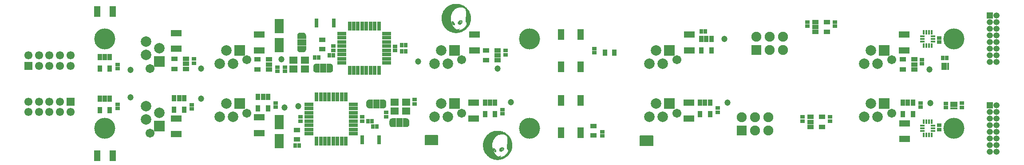
<source format=gts>
G04 #@! TF.GenerationSoftware,KiCad,Pcbnew,(2018-01-21 revision 6b9866de8)-makepkg*
G04 #@! TF.CreationDate,2018-04-10T18:06:55+02:00*
G04 #@! TF.ProjectId,Arm_interface_board_panel,41726D5F696E746572666163655F626F,rev?*
G04 #@! TF.SameCoordinates,Original*
G04 #@! TF.FileFunction,Soldermask,Top*
G04 #@! TF.FilePolarity,Negative*
%FSLAX46Y46*%
G04 Gerber Fmt 4.6, Leading zero omitted, Abs format (unit mm)*
G04 Created by KiCad (PCBNEW (2018-01-21 revision 6b9866de8)-makepkg) date 04/10/18 18:06:55*
%MOMM*%
%LPD*%
G01*
G04 APERTURE LIST*
%ADD10C,0.150000*%
%ADD11C,0.010000*%
%ADD12R,0.753200X1.703200*%
%ADD13C,4.003200*%
%ADD14C,1.703300*%
%ADD15C,2.003200*%
%ADD16R,2.003200X2.003200*%
%ADD17R,1.903200X1.903200*%
%ADD18O,1.903200X1.903200*%
%ADD19R,1.803200X0.753200*%
%ADD20R,0.753200X1.803200*%
%ADD21R,1.603200X1.403200*%
%ADD22C,1.553200*%
%ADD23R,1.553200X1.553200*%
%ADD24R,0.853200X0.778200*%
%ADD25R,0.778200X0.853200*%
%ADD26C,1.203200*%
%ADD27R,1.703200X0.703200*%
%ADD28C,0.100000*%
%ADD29R,1.703200X1.203200*%
%ADD30R,0.703200X1.703200*%
%ADD31R,1.203200X1.703200*%
%ADD32R,2.003200X1.273200*%
%ADD33R,1.303200X2.003200*%
%ADD34R,0.853200X1.263200*%
%ADD35R,0.403200X0.733200*%
%ADD36R,1.263200X0.853200*%
%ADD37R,0.878200X0.453200*%
%ADD38R,0.453200X0.878200*%
%ADD39R,1.273200X2.003200*%
%ADD40R,1.803200X2.803200*%
%ADD41R,0.873200X1.203200*%
%ADD42R,1.203200X0.873200*%
%ADD43R,1.203200X1.203200*%
%ADD44O,1.203200X1.203200*%
%ADD45R,0.733200X0.403200*%
G04 APERTURE END LIST*
D10*
G36*
X131725000Y-108550000D02*
X134125000Y-108550000D01*
X134125000Y-106750000D01*
X131725000Y-106750000D01*
X131725000Y-108550000D01*
G37*
X131725000Y-108550000D02*
X134125000Y-108550000D01*
X134125000Y-106750000D01*
X131725000Y-106750000D01*
X131725000Y-108550000D01*
G36*
X172750000Y-108700000D02*
X175150000Y-108700000D01*
X175150000Y-106900000D01*
X172750000Y-106900000D01*
X172750000Y-108700000D01*
G37*
X172750000Y-108700000D02*
X175150000Y-108700000D01*
X175150000Y-106900000D01*
X172750000Y-106900000D01*
X172750000Y-108700000D01*
D11*
G36*
X137711411Y-81597658D02*
X137760303Y-81599034D01*
X137801791Y-81601227D01*
X137804248Y-81601404D01*
X137970730Y-81618617D01*
X138134856Y-81645619D01*
X138296263Y-81682236D01*
X138454589Y-81728297D01*
X138609470Y-81783628D01*
X138760545Y-81848056D01*
X138907451Y-81921410D01*
X139049824Y-82003515D01*
X139187304Y-82094199D01*
X139319526Y-82193290D01*
X139446128Y-82300614D01*
X139566748Y-82415999D01*
X139611488Y-82462506D01*
X139722388Y-82587802D01*
X139824852Y-82718680D01*
X139918766Y-82854894D01*
X140004014Y-82996197D01*
X140080485Y-83142344D01*
X140148064Y-83293091D01*
X140206637Y-83448190D01*
X140256090Y-83607396D01*
X140296310Y-83770465D01*
X140327184Y-83937149D01*
X140341027Y-84037580D01*
X140343688Y-84065614D01*
X140346056Y-84102158D01*
X140348107Y-84145565D01*
X140349818Y-84194188D01*
X140351168Y-84246379D01*
X140352131Y-84300493D01*
X140352687Y-84354881D01*
X140352810Y-84407898D01*
X140352479Y-84457897D01*
X140351671Y-84503229D01*
X140350362Y-84542250D01*
X140348529Y-84573311D01*
X140348521Y-84573409D01*
X140330425Y-84737738D01*
X140302523Y-84899947D01*
X140265024Y-85059636D01*
X140218137Y-85216405D01*
X140162068Y-85369853D01*
X140097026Y-85519580D01*
X140023220Y-85665186D01*
X139940858Y-85806271D01*
X139850147Y-85942433D01*
X139751295Y-86073273D01*
X139644512Y-86198391D01*
X139530005Y-86317385D01*
X139407982Y-86429856D01*
X139363827Y-86467365D01*
X139232339Y-86570164D01*
X139095556Y-86664370D01*
X138953820Y-86749844D01*
X138807475Y-86826444D01*
X138656863Y-86894030D01*
X138502328Y-86952462D01*
X138344213Y-87001599D01*
X138182861Y-87041300D01*
X138018615Y-87071425D01*
X137851818Y-87091834D01*
X137836220Y-87093230D01*
X137804605Y-87095421D01*
X137765273Y-87097283D01*
X137720337Y-87098791D01*
X137671909Y-87099916D01*
X137622102Y-87100634D01*
X137573029Y-87100917D01*
X137526802Y-87100740D01*
X137485534Y-87100076D01*
X137451338Y-87098899D01*
X137438694Y-87098187D01*
X137269062Y-87082042D01*
X137102378Y-87056308D01*
X136938908Y-87021099D01*
X136778916Y-86976529D01*
X136622667Y-86922712D01*
X136470427Y-86859763D01*
X136322461Y-86787796D01*
X136179033Y-86706925D01*
X136040408Y-86617265D01*
X135906852Y-86518929D01*
X135778630Y-86412031D01*
X135717269Y-86356036D01*
X135598879Y-86237867D01*
X135488479Y-86113571D01*
X135386241Y-85983510D01*
X135292338Y-85848048D01*
X135206943Y-85707546D01*
X135130229Y-85562369D01*
X135062370Y-85412880D01*
X135003537Y-85259441D01*
X134953904Y-85102416D01*
X134913644Y-84942168D01*
X134882930Y-84779060D01*
X134861935Y-84613454D01*
X134856484Y-84549168D01*
X134854235Y-84508243D01*
X134852806Y-84459784D01*
X134852158Y-84405741D01*
X134852254Y-84348065D01*
X134852845Y-84304280D01*
X136535866Y-84304280D01*
X136536087Y-84364867D01*
X136536800Y-84417255D01*
X136538154Y-84463398D01*
X136540296Y-84505249D01*
X136543376Y-84544763D01*
X136547541Y-84583895D01*
X136552939Y-84624598D01*
X136559719Y-84668827D01*
X136566683Y-84710680D01*
X136591321Y-84835767D01*
X136623172Y-84965784D01*
X136661644Y-85099155D01*
X136706146Y-85234306D01*
X136756085Y-85369660D01*
X136810869Y-85503644D01*
X136869907Y-85634683D01*
X136932605Y-85761201D01*
X136998373Y-85881623D01*
X137022138Y-85922260D01*
X137047850Y-85964150D01*
X137072392Y-86001070D01*
X137097458Y-86035163D01*
X137124739Y-86068577D01*
X137155927Y-86103455D01*
X137192714Y-86141944D01*
X137206237Y-86155668D01*
X137274539Y-86222063D01*
X137340032Y-86280339D01*
X137404180Y-86331594D01*
X137468445Y-86376927D01*
X137534292Y-86417436D01*
X137603183Y-86454220D01*
X137605625Y-86455432D01*
X137672865Y-86486631D01*
X137740523Y-86513591D01*
X137809818Y-86536574D01*
X137881972Y-86555841D01*
X137958208Y-86571653D01*
X138039746Y-86584271D01*
X138127807Y-86593955D01*
X138223614Y-86600968D01*
X138304301Y-86604743D01*
X138318468Y-86604065D01*
X138339174Y-86601605D01*
X138363042Y-86597805D01*
X138376346Y-86595295D01*
X138482126Y-86568969D01*
X138586227Y-86532724D01*
X138688740Y-86486520D01*
X138789759Y-86430316D01*
X138868715Y-86378715D01*
X138904948Y-86352443D01*
X138945856Y-86321048D01*
X138990005Y-86285764D01*
X139035964Y-86247826D01*
X139082299Y-86208467D01*
X139127577Y-86168921D01*
X139170365Y-86130423D01*
X139209230Y-86094207D01*
X139242740Y-86061506D01*
X139269357Y-86033669D01*
X139319078Y-85976571D01*
X139368026Y-85915833D01*
X139415342Y-85852772D01*
X139460168Y-85788702D01*
X139501646Y-85724939D01*
X139538916Y-85662800D01*
X139571120Y-85603600D01*
X139597399Y-85548654D01*
X139615547Y-85503160D01*
X139627166Y-85466683D01*
X139633669Y-85436920D01*
X139635291Y-85411946D01*
X139632266Y-85389838D01*
X139630229Y-85382655D01*
X139621899Y-85349183D01*
X139615174Y-85305850D01*
X139610045Y-85252582D01*
X139608557Y-85230480D01*
X139606914Y-85207285D01*
X139605091Y-85187827D01*
X139603327Y-85174354D01*
X139602048Y-85169279D01*
X139595985Y-85165091D01*
X139583461Y-85158816D01*
X139571213Y-85153494D01*
X139535191Y-85135805D01*
X139505050Y-85114111D01*
X139480055Y-85087333D01*
X139459472Y-85054396D01*
X139442567Y-85014221D01*
X139428606Y-84965733D01*
X139421731Y-84934200D01*
X139413109Y-84879984D01*
X139406872Y-84817299D01*
X139403003Y-84747547D01*
X139401488Y-84672131D01*
X139402310Y-84592453D01*
X139405454Y-84509917D01*
X139410904Y-84425924D01*
X139418644Y-84341878D01*
X139428658Y-84259181D01*
X139429391Y-84253857D01*
X139437683Y-84202621D01*
X139448851Y-84148523D01*
X139463299Y-84089881D01*
X139481436Y-84025012D01*
X139497507Y-83971894D01*
X139508001Y-83936596D01*
X139514749Y-83910223D01*
X139517856Y-83892298D01*
X139517630Y-83882994D01*
X139516992Y-83875817D01*
X139516273Y-83859339D01*
X139515490Y-83834422D01*
X139514662Y-83801926D01*
X139513807Y-83762708D01*
X139512943Y-83717631D01*
X139512087Y-83667553D01*
X139511258Y-83613335D01*
X139510474Y-83555836D01*
X139510024Y-83519420D01*
X139509099Y-83444866D01*
X139508178Y-83379436D01*
X139507209Y-83322094D01*
X139506143Y-83271802D01*
X139504928Y-83227525D01*
X139503514Y-83188228D01*
X139501851Y-83152872D01*
X139499886Y-83120422D01*
X139497570Y-83089843D01*
X139494853Y-83060097D01*
X139491682Y-83030148D01*
X139488009Y-82998961D01*
X139483781Y-82965498D01*
X139482415Y-82954995D01*
X139473450Y-82892533D01*
X139462637Y-82827182D01*
X139450663Y-82762772D01*
X139438216Y-82703131D01*
X139433201Y-82681220D01*
X139427194Y-82655740D01*
X139421859Y-82633078D01*
X139417719Y-82615465D01*
X139415300Y-82605135D01*
X139415099Y-82604273D01*
X139409514Y-82594596D01*
X139396770Y-82580140D01*
X139378059Y-82561912D01*
X139354573Y-82540920D01*
X139327505Y-82518170D01*
X139298047Y-82494671D01*
X139267391Y-82471430D01*
X139236729Y-82449454D01*
X139212900Y-82433398D01*
X139119663Y-82378561D01*
X139020366Y-82331665D01*
X138914885Y-82292665D01*
X138803099Y-82261515D01*
X138684885Y-82238173D01*
X138674420Y-82236529D01*
X138629797Y-82230994D01*
X138577546Y-82226733D01*
X138520123Y-82223789D01*
X138459984Y-82222208D01*
X138399587Y-82222036D01*
X138341389Y-82223316D01*
X138287846Y-82226094D01*
X138255320Y-82228864D01*
X138118305Y-82246876D01*
X137986889Y-82272248D01*
X137861374Y-82304863D01*
X137742065Y-82344607D01*
X137629262Y-82391362D01*
X137523270Y-82445014D01*
X137424391Y-82505447D01*
X137332928Y-82572544D01*
X137312307Y-82589465D01*
X137279118Y-82618484D01*
X137246726Y-82649428D01*
X137213635Y-82683870D01*
X137178349Y-82723378D01*
X137139372Y-82769524D01*
X137130517Y-82780280D01*
X137026906Y-82912732D01*
X136933379Y-83045187D01*
X136849858Y-83177797D01*
X136776268Y-83310716D01*
X136712533Y-83444098D01*
X136658577Y-83578098D01*
X136614324Y-83712867D01*
X136579697Y-83848561D01*
X136564339Y-83925820D01*
X136556862Y-83968964D01*
X136550787Y-84007561D01*
X136545975Y-84043452D01*
X136542287Y-84078477D01*
X136539585Y-84114477D01*
X136537730Y-84153291D01*
X136536585Y-84196762D01*
X136536009Y-84246729D01*
X136535866Y-84304280D01*
X134852845Y-84304280D01*
X134853056Y-84288704D01*
X134854526Y-84229611D01*
X134856624Y-84172735D01*
X134859314Y-84120027D01*
X134862556Y-84073437D01*
X134866314Y-84034915D01*
X134866582Y-84032680D01*
X134892056Y-83863148D01*
X134926728Y-83697926D01*
X134970629Y-83536938D01*
X135023792Y-83380112D01*
X135086249Y-83227374D01*
X135158030Y-83078650D01*
X135239169Y-82933866D01*
X135329697Y-82792948D01*
X135429646Y-82655822D01*
X135497157Y-82571718D01*
X135522254Y-82542734D01*
X135553460Y-82508564D01*
X135589254Y-82470728D01*
X135628116Y-82430747D01*
X135668523Y-82390143D01*
X135708955Y-82350438D01*
X135747890Y-82313151D01*
X135783808Y-82279805D01*
X135815186Y-82251920D01*
X135826798Y-82242077D01*
X135943126Y-82149763D01*
X136060135Y-82066075D01*
X136179986Y-81989586D01*
X136304836Y-81918870D01*
X136357940Y-81891230D01*
X136503201Y-81822517D01*
X136650453Y-81763076D01*
X136800545Y-81712650D01*
X136954324Y-81670984D01*
X137112640Y-81637823D01*
X137276342Y-81612911D01*
X137287760Y-81611502D01*
X137325674Y-81607711D01*
X137371787Y-81604433D01*
X137424148Y-81601705D01*
X137480806Y-81599566D01*
X137539812Y-81598054D01*
X137599215Y-81597206D01*
X137657065Y-81597062D01*
X137711411Y-81597658D01*
X137711411Y-81597658D01*
G37*
X137711411Y-81597658D02*
X137760303Y-81599034D01*
X137801791Y-81601227D01*
X137804248Y-81601404D01*
X137970730Y-81618617D01*
X138134856Y-81645619D01*
X138296263Y-81682236D01*
X138454589Y-81728297D01*
X138609470Y-81783628D01*
X138760545Y-81848056D01*
X138907451Y-81921410D01*
X139049824Y-82003515D01*
X139187304Y-82094199D01*
X139319526Y-82193290D01*
X139446128Y-82300614D01*
X139566748Y-82415999D01*
X139611488Y-82462506D01*
X139722388Y-82587802D01*
X139824852Y-82718680D01*
X139918766Y-82854894D01*
X140004014Y-82996197D01*
X140080485Y-83142344D01*
X140148064Y-83293091D01*
X140206637Y-83448190D01*
X140256090Y-83607396D01*
X140296310Y-83770465D01*
X140327184Y-83937149D01*
X140341027Y-84037580D01*
X140343688Y-84065614D01*
X140346056Y-84102158D01*
X140348107Y-84145565D01*
X140349818Y-84194188D01*
X140351168Y-84246379D01*
X140352131Y-84300493D01*
X140352687Y-84354881D01*
X140352810Y-84407898D01*
X140352479Y-84457897D01*
X140351671Y-84503229D01*
X140350362Y-84542250D01*
X140348529Y-84573311D01*
X140348521Y-84573409D01*
X140330425Y-84737738D01*
X140302523Y-84899947D01*
X140265024Y-85059636D01*
X140218137Y-85216405D01*
X140162068Y-85369853D01*
X140097026Y-85519580D01*
X140023220Y-85665186D01*
X139940858Y-85806271D01*
X139850147Y-85942433D01*
X139751295Y-86073273D01*
X139644512Y-86198391D01*
X139530005Y-86317385D01*
X139407982Y-86429856D01*
X139363827Y-86467365D01*
X139232339Y-86570164D01*
X139095556Y-86664370D01*
X138953820Y-86749844D01*
X138807475Y-86826444D01*
X138656863Y-86894030D01*
X138502328Y-86952462D01*
X138344213Y-87001599D01*
X138182861Y-87041300D01*
X138018615Y-87071425D01*
X137851818Y-87091834D01*
X137836220Y-87093230D01*
X137804605Y-87095421D01*
X137765273Y-87097283D01*
X137720337Y-87098791D01*
X137671909Y-87099916D01*
X137622102Y-87100634D01*
X137573029Y-87100917D01*
X137526802Y-87100740D01*
X137485534Y-87100076D01*
X137451338Y-87098899D01*
X137438694Y-87098187D01*
X137269062Y-87082042D01*
X137102378Y-87056308D01*
X136938908Y-87021099D01*
X136778916Y-86976529D01*
X136622667Y-86922712D01*
X136470427Y-86859763D01*
X136322461Y-86787796D01*
X136179033Y-86706925D01*
X136040408Y-86617265D01*
X135906852Y-86518929D01*
X135778630Y-86412031D01*
X135717269Y-86356036D01*
X135598879Y-86237867D01*
X135488479Y-86113571D01*
X135386241Y-85983510D01*
X135292338Y-85848048D01*
X135206943Y-85707546D01*
X135130229Y-85562369D01*
X135062370Y-85412880D01*
X135003537Y-85259441D01*
X134953904Y-85102416D01*
X134913644Y-84942168D01*
X134882930Y-84779060D01*
X134861935Y-84613454D01*
X134856484Y-84549168D01*
X134854235Y-84508243D01*
X134852806Y-84459784D01*
X134852158Y-84405741D01*
X134852254Y-84348065D01*
X134852845Y-84304280D01*
X136535866Y-84304280D01*
X136536087Y-84364867D01*
X136536800Y-84417255D01*
X136538154Y-84463398D01*
X136540296Y-84505249D01*
X136543376Y-84544763D01*
X136547541Y-84583895D01*
X136552939Y-84624598D01*
X136559719Y-84668827D01*
X136566683Y-84710680D01*
X136591321Y-84835767D01*
X136623172Y-84965784D01*
X136661644Y-85099155D01*
X136706146Y-85234306D01*
X136756085Y-85369660D01*
X136810869Y-85503644D01*
X136869907Y-85634683D01*
X136932605Y-85761201D01*
X136998373Y-85881623D01*
X137022138Y-85922260D01*
X137047850Y-85964150D01*
X137072392Y-86001070D01*
X137097458Y-86035163D01*
X137124739Y-86068577D01*
X137155927Y-86103455D01*
X137192714Y-86141944D01*
X137206237Y-86155668D01*
X137274539Y-86222063D01*
X137340032Y-86280339D01*
X137404180Y-86331594D01*
X137468445Y-86376927D01*
X137534292Y-86417436D01*
X137603183Y-86454220D01*
X137605625Y-86455432D01*
X137672865Y-86486631D01*
X137740523Y-86513591D01*
X137809818Y-86536574D01*
X137881972Y-86555841D01*
X137958208Y-86571653D01*
X138039746Y-86584271D01*
X138127807Y-86593955D01*
X138223614Y-86600968D01*
X138304301Y-86604743D01*
X138318468Y-86604065D01*
X138339174Y-86601605D01*
X138363042Y-86597805D01*
X138376346Y-86595295D01*
X138482126Y-86568969D01*
X138586227Y-86532724D01*
X138688740Y-86486520D01*
X138789759Y-86430316D01*
X138868715Y-86378715D01*
X138904948Y-86352443D01*
X138945856Y-86321048D01*
X138990005Y-86285764D01*
X139035964Y-86247826D01*
X139082299Y-86208467D01*
X139127577Y-86168921D01*
X139170365Y-86130423D01*
X139209230Y-86094207D01*
X139242740Y-86061506D01*
X139269357Y-86033669D01*
X139319078Y-85976571D01*
X139368026Y-85915833D01*
X139415342Y-85852772D01*
X139460168Y-85788702D01*
X139501646Y-85724939D01*
X139538916Y-85662800D01*
X139571120Y-85603600D01*
X139597399Y-85548654D01*
X139615547Y-85503160D01*
X139627166Y-85466683D01*
X139633669Y-85436920D01*
X139635291Y-85411946D01*
X139632266Y-85389838D01*
X139630229Y-85382655D01*
X139621899Y-85349183D01*
X139615174Y-85305850D01*
X139610045Y-85252582D01*
X139608557Y-85230480D01*
X139606914Y-85207285D01*
X139605091Y-85187827D01*
X139603327Y-85174354D01*
X139602048Y-85169279D01*
X139595985Y-85165091D01*
X139583461Y-85158816D01*
X139571213Y-85153494D01*
X139535191Y-85135805D01*
X139505050Y-85114111D01*
X139480055Y-85087333D01*
X139459472Y-85054396D01*
X139442567Y-85014221D01*
X139428606Y-84965733D01*
X139421731Y-84934200D01*
X139413109Y-84879984D01*
X139406872Y-84817299D01*
X139403003Y-84747547D01*
X139401488Y-84672131D01*
X139402310Y-84592453D01*
X139405454Y-84509917D01*
X139410904Y-84425924D01*
X139418644Y-84341878D01*
X139428658Y-84259181D01*
X139429391Y-84253857D01*
X139437683Y-84202621D01*
X139448851Y-84148523D01*
X139463299Y-84089881D01*
X139481436Y-84025012D01*
X139497507Y-83971894D01*
X139508001Y-83936596D01*
X139514749Y-83910223D01*
X139517856Y-83892298D01*
X139517630Y-83882994D01*
X139516992Y-83875817D01*
X139516273Y-83859339D01*
X139515490Y-83834422D01*
X139514662Y-83801926D01*
X139513807Y-83762708D01*
X139512943Y-83717631D01*
X139512087Y-83667553D01*
X139511258Y-83613335D01*
X139510474Y-83555836D01*
X139510024Y-83519420D01*
X139509099Y-83444866D01*
X139508178Y-83379436D01*
X139507209Y-83322094D01*
X139506143Y-83271802D01*
X139504928Y-83227525D01*
X139503514Y-83188228D01*
X139501851Y-83152872D01*
X139499886Y-83120422D01*
X139497570Y-83089843D01*
X139494853Y-83060097D01*
X139491682Y-83030148D01*
X139488009Y-82998961D01*
X139483781Y-82965498D01*
X139482415Y-82954995D01*
X139473450Y-82892533D01*
X139462637Y-82827182D01*
X139450663Y-82762772D01*
X139438216Y-82703131D01*
X139433201Y-82681220D01*
X139427194Y-82655740D01*
X139421859Y-82633078D01*
X139417719Y-82615465D01*
X139415300Y-82605135D01*
X139415099Y-82604273D01*
X139409514Y-82594596D01*
X139396770Y-82580140D01*
X139378059Y-82561912D01*
X139354573Y-82540920D01*
X139327505Y-82518170D01*
X139298047Y-82494671D01*
X139267391Y-82471430D01*
X139236729Y-82449454D01*
X139212900Y-82433398D01*
X139119663Y-82378561D01*
X139020366Y-82331665D01*
X138914885Y-82292665D01*
X138803099Y-82261515D01*
X138684885Y-82238173D01*
X138674420Y-82236529D01*
X138629797Y-82230994D01*
X138577546Y-82226733D01*
X138520123Y-82223789D01*
X138459984Y-82222208D01*
X138399587Y-82222036D01*
X138341389Y-82223316D01*
X138287846Y-82226094D01*
X138255320Y-82228864D01*
X138118305Y-82246876D01*
X137986889Y-82272248D01*
X137861374Y-82304863D01*
X137742065Y-82344607D01*
X137629262Y-82391362D01*
X137523270Y-82445014D01*
X137424391Y-82505447D01*
X137332928Y-82572544D01*
X137312307Y-82589465D01*
X137279118Y-82618484D01*
X137246726Y-82649428D01*
X137213635Y-82683870D01*
X137178349Y-82723378D01*
X137139372Y-82769524D01*
X137130517Y-82780280D01*
X137026906Y-82912732D01*
X136933379Y-83045187D01*
X136849858Y-83177797D01*
X136776268Y-83310716D01*
X136712533Y-83444098D01*
X136658577Y-83578098D01*
X136614324Y-83712867D01*
X136579697Y-83848561D01*
X136564339Y-83925820D01*
X136556862Y-83968964D01*
X136550787Y-84007561D01*
X136545975Y-84043452D01*
X136542287Y-84078477D01*
X136539585Y-84114477D01*
X136537730Y-84153291D01*
X136536585Y-84196762D01*
X136536009Y-84246729D01*
X136535866Y-84304280D01*
X134852845Y-84304280D01*
X134853056Y-84288704D01*
X134854526Y-84229611D01*
X134856624Y-84172735D01*
X134859314Y-84120027D01*
X134862556Y-84073437D01*
X134866314Y-84034915D01*
X134866582Y-84032680D01*
X134892056Y-83863148D01*
X134926728Y-83697926D01*
X134970629Y-83536938D01*
X135023792Y-83380112D01*
X135086249Y-83227374D01*
X135158030Y-83078650D01*
X135239169Y-82933866D01*
X135329697Y-82792948D01*
X135429646Y-82655822D01*
X135497157Y-82571718D01*
X135522254Y-82542734D01*
X135553460Y-82508564D01*
X135589254Y-82470728D01*
X135628116Y-82430747D01*
X135668523Y-82390143D01*
X135708955Y-82350438D01*
X135747890Y-82313151D01*
X135783808Y-82279805D01*
X135815186Y-82251920D01*
X135826798Y-82242077D01*
X135943126Y-82149763D01*
X136060135Y-82066075D01*
X136179986Y-81989586D01*
X136304836Y-81918870D01*
X136357940Y-81891230D01*
X136503201Y-81822517D01*
X136650453Y-81763076D01*
X136800545Y-81712650D01*
X136954324Y-81670984D01*
X137112640Y-81637823D01*
X137276342Y-81612911D01*
X137287760Y-81611502D01*
X137325674Y-81607711D01*
X137371787Y-81604433D01*
X137424148Y-81601705D01*
X137480806Y-81599566D01*
X137539812Y-81598054D01*
X137599215Y-81597206D01*
X137657065Y-81597062D01*
X137711411Y-81597658D01*
G36*
X137124466Y-85279926D02*
X137139554Y-85291333D01*
X137141789Y-85293610D01*
X137157997Y-85314076D01*
X137171303Y-85337188D01*
X137181395Y-85361348D01*
X137187961Y-85384960D01*
X137190691Y-85406426D01*
X137189274Y-85424150D01*
X137183397Y-85436535D01*
X137172750Y-85441983D01*
X137170740Y-85442103D01*
X137163319Y-85439690D01*
X137151818Y-85433702D01*
X137150097Y-85432671D01*
X137133099Y-85417908D01*
X137117367Y-85396401D01*
X137103917Y-85370683D01*
X137093764Y-85343289D01*
X137087921Y-85316754D01*
X137087405Y-85293613D01*
X137090003Y-85282595D01*
X137097422Y-85275074D01*
X137109666Y-85274345D01*
X137124466Y-85279926D01*
X137124466Y-85279926D01*
G37*
X137124466Y-85279926D02*
X137139554Y-85291333D01*
X137141789Y-85293610D01*
X137157997Y-85314076D01*
X137171303Y-85337188D01*
X137181395Y-85361348D01*
X137187961Y-85384960D01*
X137190691Y-85406426D01*
X137189274Y-85424150D01*
X137183397Y-85436535D01*
X137172750Y-85441983D01*
X137170740Y-85442103D01*
X137163319Y-85439690D01*
X137151818Y-85433702D01*
X137150097Y-85432671D01*
X137133099Y-85417908D01*
X137117367Y-85396401D01*
X137103917Y-85370683D01*
X137093764Y-85343289D01*
X137087921Y-85316754D01*
X137087405Y-85293613D01*
X137090003Y-85282595D01*
X137097422Y-85275074D01*
X137109666Y-85274345D01*
X137124466Y-85279926D01*
G36*
X138563667Y-85001102D02*
X138576744Y-85004493D01*
X138588048Y-85011622D01*
X138590392Y-85013545D01*
X138609692Y-85035382D01*
X138619619Y-85059859D01*
X138619926Y-85085768D01*
X138610441Y-85111765D01*
X138596012Y-85130859D01*
X138577537Y-85142325D01*
X138553024Y-85147210D01*
X138542228Y-85147560D01*
X138524829Y-85146947D01*
X138513155Y-85143934D01*
X138502794Y-85136758D01*
X138493903Y-85128259D01*
X138477278Y-85105369D01*
X138469936Y-85080434D01*
X138471832Y-85055206D01*
X138482919Y-85031436D01*
X138496859Y-85015951D01*
X138508713Y-85006754D01*
X138520030Y-85002033D01*
X138535130Y-85000369D01*
X138544667Y-85000240D01*
X138563667Y-85001102D01*
X138563667Y-85001102D01*
G37*
X138563667Y-85001102D02*
X138576744Y-85004493D01*
X138588048Y-85011622D01*
X138590392Y-85013545D01*
X138609692Y-85035382D01*
X138619619Y-85059859D01*
X138619926Y-85085768D01*
X138610441Y-85111765D01*
X138596012Y-85130859D01*
X138577537Y-85142325D01*
X138553024Y-85147210D01*
X138542228Y-85147560D01*
X138524829Y-85146947D01*
X138513155Y-85143934D01*
X138502794Y-85136758D01*
X138493903Y-85128259D01*
X138477278Y-85105369D01*
X138469936Y-85080434D01*
X138471832Y-85055206D01*
X138482919Y-85031436D01*
X138496859Y-85015951D01*
X138508713Y-85006754D01*
X138520030Y-85002033D01*
X138535130Y-85000369D01*
X138544667Y-85000240D01*
X138563667Y-85001102D01*
G36*
X138224692Y-86381830D02*
X138228884Y-86387238D01*
X138229842Y-86395434D01*
X138225424Y-86400854D01*
X138213375Y-86408710D01*
X138195655Y-86418093D01*
X138174225Y-86428090D01*
X138151046Y-86437791D01*
X138128078Y-86446284D01*
X138107282Y-86452659D01*
X138105917Y-86453013D01*
X138062856Y-86460486D01*
X138014361Y-86462860D01*
X137963785Y-86460138D01*
X137917500Y-86452965D01*
X137890200Y-86447186D01*
X137871309Y-86442973D01*
X137859286Y-86439840D01*
X137852588Y-86437302D01*
X137849673Y-86434876D01*
X137848999Y-86432076D01*
X137848997Y-86431433D01*
X137850026Y-86423727D01*
X137853898Y-86419084D01*
X137862140Y-86417369D01*
X137876276Y-86418449D01*
X137897832Y-86422190D01*
X137914960Y-86425657D01*
X137973922Y-86435109D01*
X138027388Y-86437441D01*
X138077312Y-86432442D01*
X138125646Y-86419901D01*
X138174342Y-86399609D01*
X138179221Y-86397188D01*
X138201207Y-86386758D01*
X138215915Y-86381654D01*
X138224692Y-86381830D01*
X138224692Y-86381830D01*
G37*
X138224692Y-86381830D02*
X138228884Y-86387238D01*
X138229842Y-86395434D01*
X138225424Y-86400854D01*
X138213375Y-86408710D01*
X138195655Y-86418093D01*
X138174225Y-86428090D01*
X138151046Y-86437791D01*
X138128078Y-86446284D01*
X138107282Y-86452659D01*
X138105917Y-86453013D01*
X138062856Y-86460486D01*
X138014361Y-86462860D01*
X137963785Y-86460138D01*
X137917500Y-86452965D01*
X137890200Y-86447186D01*
X137871309Y-86442973D01*
X137859286Y-86439840D01*
X137852588Y-86437302D01*
X137849673Y-86434876D01*
X137848999Y-86432076D01*
X137848997Y-86431433D01*
X137850026Y-86423727D01*
X137853898Y-86419084D01*
X137862140Y-86417369D01*
X137876276Y-86418449D01*
X137897832Y-86422190D01*
X137914960Y-86425657D01*
X137973922Y-86435109D01*
X138027388Y-86437441D01*
X138077312Y-86432442D01*
X138125646Y-86419901D01*
X138174342Y-86399609D01*
X138179221Y-86397188D01*
X138201207Y-86386758D01*
X138215915Y-86381654D01*
X138224692Y-86381830D01*
G36*
X136893665Y-84942400D02*
X136911199Y-84944815D01*
X136927879Y-84950076D01*
X136946678Y-84958404D01*
X136996544Y-84986810D01*
X137046028Y-85024026D01*
X137094186Y-85068713D01*
X137140077Y-85119536D01*
X137182757Y-85175158D01*
X137221285Y-85234244D01*
X137254717Y-85295456D01*
X137282112Y-85357459D01*
X137302526Y-85418917D01*
X137315018Y-85478492D01*
X137315381Y-85481129D01*
X137318149Y-85524196D01*
X137314456Y-85562257D01*
X137304593Y-85594427D01*
X137288853Y-85619822D01*
X137267525Y-85637556D01*
X137263187Y-85639832D01*
X137235219Y-85648318D01*
X137203409Y-85649581D01*
X137171189Y-85643488D01*
X137170740Y-85643346D01*
X137127203Y-85625057D01*
X137082270Y-85597842D01*
X137036881Y-85562665D01*
X136991976Y-85520487D01*
X136948495Y-85472272D01*
X136907378Y-85418982D01*
X136869565Y-85361579D01*
X136835996Y-85301026D01*
X136835540Y-85300119D01*
X136810181Y-85245845D01*
X136801711Y-85223574D01*
X136955284Y-85223574D01*
X136955543Y-85251315D01*
X136958121Y-85279311D01*
X136962567Y-85302702D01*
X136972407Y-85332865D01*
X136986999Y-85367156D01*
X137004535Y-85401944D01*
X137023208Y-85433596D01*
X137038382Y-85455022D01*
X137069895Y-85490806D01*
X137101152Y-85518895D01*
X137131506Y-85539000D01*
X137160309Y-85550834D01*
X137186913Y-85554109D01*
X137210670Y-85548538D01*
X137226133Y-85538466D01*
X137240767Y-85521999D01*
X137250019Y-85502003D01*
X137254606Y-85476313D01*
X137255402Y-85450316D01*
X137251584Y-85411085D01*
X137241587Y-85370767D01*
X137226265Y-85330451D01*
X137206466Y-85291228D01*
X137183042Y-85254188D01*
X137156844Y-85220421D01*
X137128723Y-85191018D01*
X137099529Y-85167069D01*
X137070113Y-85149664D01*
X137041326Y-85139894D01*
X137014019Y-85138849D01*
X137012521Y-85139075D01*
X136990226Y-85147610D01*
X136971870Y-85164429D01*
X136961805Y-85181686D01*
X136957365Y-85199295D01*
X136955284Y-85223574D01*
X136801711Y-85223574D01*
X136791505Y-85196742D01*
X136778956Y-85150850D01*
X136771980Y-85106209D01*
X136770024Y-85068820D01*
X136770147Y-85043734D01*
X136771356Y-85025780D01*
X136774108Y-85011950D01*
X136778861Y-84999235D01*
X136781443Y-84993751D01*
X136792212Y-84976421D01*
X136805671Y-84960733D01*
X136811471Y-84955651D01*
X136821774Y-84948608D01*
X136831873Y-84944452D01*
X136844939Y-84942443D01*
X136864145Y-84941838D01*
X136870641Y-84941820D01*
X136893665Y-84942400D01*
X136893665Y-84942400D01*
G37*
X136893665Y-84942400D02*
X136911199Y-84944815D01*
X136927879Y-84950076D01*
X136946678Y-84958404D01*
X136996544Y-84986810D01*
X137046028Y-85024026D01*
X137094186Y-85068713D01*
X137140077Y-85119536D01*
X137182757Y-85175158D01*
X137221285Y-85234244D01*
X137254717Y-85295456D01*
X137282112Y-85357459D01*
X137302526Y-85418917D01*
X137315018Y-85478492D01*
X137315381Y-85481129D01*
X137318149Y-85524196D01*
X137314456Y-85562257D01*
X137304593Y-85594427D01*
X137288853Y-85619822D01*
X137267525Y-85637556D01*
X137263187Y-85639832D01*
X137235219Y-85648318D01*
X137203409Y-85649581D01*
X137171189Y-85643488D01*
X137170740Y-85643346D01*
X137127203Y-85625057D01*
X137082270Y-85597842D01*
X137036881Y-85562665D01*
X136991976Y-85520487D01*
X136948495Y-85472272D01*
X136907378Y-85418982D01*
X136869565Y-85361579D01*
X136835996Y-85301026D01*
X136835540Y-85300119D01*
X136810181Y-85245845D01*
X136801711Y-85223574D01*
X136955284Y-85223574D01*
X136955543Y-85251315D01*
X136958121Y-85279311D01*
X136962567Y-85302702D01*
X136972407Y-85332865D01*
X136986999Y-85367156D01*
X137004535Y-85401944D01*
X137023208Y-85433596D01*
X137038382Y-85455022D01*
X137069895Y-85490806D01*
X137101152Y-85518895D01*
X137131506Y-85539000D01*
X137160309Y-85550834D01*
X137186913Y-85554109D01*
X137210670Y-85548538D01*
X137226133Y-85538466D01*
X137240767Y-85521999D01*
X137250019Y-85502003D01*
X137254606Y-85476313D01*
X137255402Y-85450316D01*
X137251584Y-85411085D01*
X137241587Y-85370767D01*
X137226265Y-85330451D01*
X137206466Y-85291228D01*
X137183042Y-85254188D01*
X137156844Y-85220421D01*
X137128723Y-85191018D01*
X137099529Y-85167069D01*
X137070113Y-85149664D01*
X137041326Y-85139894D01*
X137014019Y-85138849D01*
X137012521Y-85139075D01*
X136990226Y-85147610D01*
X136971870Y-85164429D01*
X136961805Y-85181686D01*
X136957365Y-85199295D01*
X136955284Y-85223574D01*
X136801711Y-85223574D01*
X136791505Y-85196742D01*
X136778956Y-85150850D01*
X136771980Y-85106209D01*
X136770024Y-85068820D01*
X136770147Y-85043734D01*
X136771356Y-85025780D01*
X136774108Y-85011950D01*
X136778861Y-84999235D01*
X136781443Y-84993751D01*
X136792212Y-84976421D01*
X136805671Y-84960733D01*
X136811471Y-84955651D01*
X136821774Y-84948608D01*
X136831873Y-84944452D01*
X136844939Y-84942443D01*
X136864145Y-84941838D01*
X136870641Y-84941820D01*
X136893665Y-84942400D01*
G36*
X138518423Y-84751777D02*
X138556263Y-84755066D01*
X138576759Y-84758897D01*
X138628390Y-84775874D01*
X138673060Y-84799654D01*
X138710646Y-84829527D01*
X138741024Y-84864781D01*
X138764071Y-84904703D01*
X138779661Y-84948583D01*
X138787672Y-84995708D01*
X138787980Y-85045366D01*
X138780461Y-85096846D01*
X138764990Y-85149436D01*
X138741445Y-85202424D01*
X138709701Y-85255099D01*
X138671669Y-85304398D01*
X138622024Y-85355506D01*
X138567034Y-85400255D01*
X138507863Y-85438142D01*
X138445678Y-85468666D01*
X138381645Y-85491325D01*
X138316929Y-85505617D01*
X138252695Y-85511041D01*
X138198218Y-85508169D01*
X138143393Y-85497107D01*
X138094297Y-85478036D01*
X138051371Y-85451148D01*
X138032887Y-85435333D01*
X138001140Y-85401436D01*
X137978000Y-85366962D01*
X137962118Y-85329320D01*
X137952141Y-85285916D01*
X137950986Y-85278145D01*
X137948426Y-85223755D01*
X137955286Y-85168691D01*
X137970934Y-85113752D01*
X137984275Y-85083475D01*
X138349164Y-85083475D01*
X138351545Y-85105112D01*
X138364506Y-85149304D01*
X138385689Y-85188657D01*
X138414198Y-85222122D01*
X138449137Y-85248653D01*
X138489610Y-85267204D01*
X138490453Y-85267481D01*
X138510411Y-85271460D01*
X138537461Y-85273152D01*
X138555684Y-85272976D01*
X138579938Y-85271571D01*
X138598324Y-85268634D01*
X138615122Y-85263176D01*
X138632690Y-85255155D01*
X138669679Y-85231788D01*
X138700282Y-85201948D01*
X138723754Y-85167048D01*
X138739349Y-85128504D01*
X138746322Y-85087728D01*
X138743925Y-85046134D01*
X138743670Y-85044722D01*
X138730966Y-85002824D01*
X138709644Y-84964438D01*
X138680985Y-84931215D01*
X138646270Y-84904806D01*
X138627445Y-84894858D01*
X138597518Y-84885350D01*
X138562396Y-84880786D01*
X138525790Y-84881225D01*
X138491413Y-84886724D01*
X138473531Y-84892426D01*
X138438383Y-84911486D01*
X138407691Y-84937944D01*
X138382440Y-84970087D01*
X138363613Y-85006199D01*
X138352193Y-85044567D01*
X138349164Y-85083475D01*
X137984275Y-85083475D01*
X137994736Y-85059736D01*
X138026061Y-85007441D01*
X138064274Y-84957666D01*
X138108745Y-84911207D01*
X138158840Y-84868864D01*
X138213926Y-84831434D01*
X138273370Y-84799716D01*
X138336541Y-84774507D01*
X138354886Y-84768701D01*
X138391263Y-84760238D01*
X138432757Y-84754503D01*
X138476199Y-84751636D01*
X138518423Y-84751777D01*
X138518423Y-84751777D01*
G37*
X138518423Y-84751777D02*
X138556263Y-84755066D01*
X138576759Y-84758897D01*
X138628390Y-84775874D01*
X138673060Y-84799654D01*
X138710646Y-84829527D01*
X138741024Y-84864781D01*
X138764071Y-84904703D01*
X138779661Y-84948583D01*
X138787672Y-84995708D01*
X138787980Y-85045366D01*
X138780461Y-85096846D01*
X138764990Y-85149436D01*
X138741445Y-85202424D01*
X138709701Y-85255099D01*
X138671669Y-85304398D01*
X138622024Y-85355506D01*
X138567034Y-85400255D01*
X138507863Y-85438142D01*
X138445678Y-85468666D01*
X138381645Y-85491325D01*
X138316929Y-85505617D01*
X138252695Y-85511041D01*
X138198218Y-85508169D01*
X138143393Y-85497107D01*
X138094297Y-85478036D01*
X138051371Y-85451148D01*
X138032887Y-85435333D01*
X138001140Y-85401436D01*
X137978000Y-85366962D01*
X137962118Y-85329320D01*
X137952141Y-85285916D01*
X137950986Y-85278145D01*
X137948426Y-85223755D01*
X137955286Y-85168691D01*
X137970934Y-85113752D01*
X137984275Y-85083475D01*
X138349164Y-85083475D01*
X138351545Y-85105112D01*
X138364506Y-85149304D01*
X138385689Y-85188657D01*
X138414198Y-85222122D01*
X138449137Y-85248653D01*
X138489610Y-85267204D01*
X138490453Y-85267481D01*
X138510411Y-85271460D01*
X138537461Y-85273152D01*
X138555684Y-85272976D01*
X138579938Y-85271571D01*
X138598324Y-85268634D01*
X138615122Y-85263176D01*
X138632690Y-85255155D01*
X138669679Y-85231788D01*
X138700282Y-85201948D01*
X138723754Y-85167048D01*
X138739349Y-85128504D01*
X138746322Y-85087728D01*
X138743925Y-85046134D01*
X138743670Y-85044722D01*
X138730966Y-85002824D01*
X138709644Y-84964438D01*
X138680985Y-84931215D01*
X138646270Y-84904806D01*
X138627445Y-84894858D01*
X138597518Y-84885350D01*
X138562396Y-84880786D01*
X138525790Y-84881225D01*
X138491413Y-84886724D01*
X138473531Y-84892426D01*
X138438383Y-84911486D01*
X138407691Y-84937944D01*
X138382440Y-84970087D01*
X138363613Y-85006199D01*
X138352193Y-85044567D01*
X138349164Y-85083475D01*
X137984275Y-85083475D01*
X137994736Y-85059736D01*
X138026061Y-85007441D01*
X138064274Y-84957666D01*
X138108745Y-84911207D01*
X138158840Y-84868864D01*
X138213926Y-84831434D01*
X138273370Y-84799716D01*
X138336541Y-84774507D01*
X138354886Y-84768701D01*
X138391263Y-84760238D01*
X138432757Y-84754503D01*
X138476199Y-84751636D01*
X138518423Y-84751777D01*
G36*
X145611411Y-105897658D02*
X145660303Y-105899034D01*
X145701791Y-105901227D01*
X145704248Y-105901404D01*
X145870730Y-105918617D01*
X146034856Y-105945619D01*
X146196263Y-105982236D01*
X146354589Y-106028297D01*
X146509470Y-106083628D01*
X146660545Y-106148056D01*
X146807451Y-106221410D01*
X146949824Y-106303515D01*
X147087304Y-106394199D01*
X147219526Y-106493290D01*
X147346128Y-106600614D01*
X147466748Y-106715999D01*
X147511488Y-106762506D01*
X147622388Y-106887802D01*
X147724852Y-107018680D01*
X147818766Y-107154894D01*
X147904014Y-107296197D01*
X147980485Y-107442344D01*
X148048064Y-107593091D01*
X148106637Y-107748190D01*
X148156090Y-107907396D01*
X148196310Y-108070465D01*
X148227184Y-108237149D01*
X148241027Y-108337580D01*
X148243688Y-108365614D01*
X148246056Y-108402158D01*
X148248107Y-108445565D01*
X148249818Y-108494188D01*
X148251168Y-108546379D01*
X148252131Y-108600493D01*
X148252687Y-108654881D01*
X148252810Y-108707898D01*
X148252479Y-108757897D01*
X148251671Y-108803229D01*
X148250362Y-108842250D01*
X148248529Y-108873311D01*
X148248521Y-108873409D01*
X148230425Y-109037738D01*
X148202523Y-109199947D01*
X148165024Y-109359636D01*
X148118137Y-109516405D01*
X148062068Y-109669853D01*
X147997026Y-109819580D01*
X147923220Y-109965186D01*
X147840858Y-110106271D01*
X147750147Y-110242433D01*
X147651295Y-110373273D01*
X147544512Y-110498391D01*
X147430005Y-110617385D01*
X147307982Y-110729856D01*
X147263827Y-110767365D01*
X147132339Y-110870164D01*
X146995556Y-110964370D01*
X146853820Y-111049844D01*
X146707475Y-111126444D01*
X146556863Y-111194030D01*
X146402328Y-111252462D01*
X146244213Y-111301599D01*
X146082861Y-111341300D01*
X145918615Y-111371425D01*
X145751818Y-111391834D01*
X145736220Y-111393230D01*
X145704605Y-111395421D01*
X145665273Y-111397283D01*
X145620337Y-111398791D01*
X145571909Y-111399916D01*
X145522102Y-111400634D01*
X145473029Y-111400917D01*
X145426802Y-111400740D01*
X145385534Y-111400076D01*
X145351338Y-111398899D01*
X145338694Y-111398187D01*
X145169062Y-111382042D01*
X145002378Y-111356308D01*
X144838908Y-111321099D01*
X144678916Y-111276529D01*
X144522667Y-111222712D01*
X144370427Y-111159763D01*
X144222461Y-111087796D01*
X144079033Y-111006925D01*
X143940408Y-110917265D01*
X143806852Y-110818929D01*
X143678630Y-110712031D01*
X143617269Y-110656036D01*
X143498879Y-110537867D01*
X143388479Y-110413571D01*
X143286241Y-110283510D01*
X143192338Y-110148048D01*
X143106943Y-110007546D01*
X143030229Y-109862369D01*
X142962370Y-109712880D01*
X142903537Y-109559441D01*
X142853904Y-109402416D01*
X142813644Y-109242168D01*
X142782930Y-109079060D01*
X142761935Y-108913454D01*
X142756484Y-108849168D01*
X142754235Y-108808243D01*
X142752806Y-108759784D01*
X142752158Y-108705741D01*
X142752254Y-108648065D01*
X142752845Y-108604280D01*
X144435866Y-108604280D01*
X144436087Y-108664867D01*
X144436800Y-108717255D01*
X144438154Y-108763398D01*
X144440296Y-108805249D01*
X144443376Y-108844763D01*
X144447541Y-108883895D01*
X144452939Y-108924598D01*
X144459719Y-108968827D01*
X144466683Y-109010680D01*
X144491321Y-109135767D01*
X144523172Y-109265784D01*
X144561644Y-109399155D01*
X144606146Y-109534306D01*
X144656085Y-109669660D01*
X144710869Y-109803644D01*
X144769907Y-109934683D01*
X144832605Y-110061201D01*
X144898373Y-110181623D01*
X144922138Y-110222260D01*
X144947850Y-110264150D01*
X144972392Y-110301070D01*
X144997458Y-110335163D01*
X145024739Y-110368577D01*
X145055927Y-110403455D01*
X145092714Y-110441944D01*
X145106237Y-110455668D01*
X145174539Y-110522063D01*
X145240032Y-110580339D01*
X145304180Y-110631594D01*
X145368445Y-110676927D01*
X145434292Y-110717436D01*
X145503183Y-110754220D01*
X145505625Y-110755432D01*
X145572865Y-110786631D01*
X145640523Y-110813591D01*
X145709818Y-110836574D01*
X145781972Y-110855841D01*
X145858208Y-110871653D01*
X145939746Y-110884271D01*
X146027807Y-110893955D01*
X146123614Y-110900968D01*
X146204301Y-110904743D01*
X146218468Y-110904065D01*
X146239174Y-110901605D01*
X146263042Y-110897805D01*
X146276346Y-110895295D01*
X146382126Y-110868969D01*
X146486227Y-110832724D01*
X146588740Y-110786520D01*
X146689759Y-110730316D01*
X146768715Y-110678715D01*
X146804948Y-110652443D01*
X146845856Y-110621048D01*
X146890005Y-110585764D01*
X146935964Y-110547826D01*
X146982299Y-110508467D01*
X147027577Y-110468921D01*
X147070365Y-110430423D01*
X147109230Y-110394207D01*
X147142740Y-110361506D01*
X147169357Y-110333669D01*
X147219078Y-110276571D01*
X147268026Y-110215833D01*
X147315342Y-110152772D01*
X147360168Y-110088702D01*
X147401646Y-110024939D01*
X147438916Y-109962800D01*
X147471120Y-109903600D01*
X147497399Y-109848654D01*
X147515547Y-109803160D01*
X147527166Y-109766683D01*
X147533669Y-109736920D01*
X147535291Y-109711946D01*
X147532266Y-109689838D01*
X147530229Y-109682655D01*
X147521899Y-109649183D01*
X147515174Y-109605850D01*
X147510045Y-109552582D01*
X147508557Y-109530480D01*
X147506914Y-109507285D01*
X147505091Y-109487827D01*
X147503327Y-109474354D01*
X147502048Y-109469279D01*
X147495985Y-109465091D01*
X147483461Y-109458816D01*
X147471213Y-109453494D01*
X147435191Y-109435805D01*
X147405050Y-109414111D01*
X147380055Y-109387333D01*
X147359472Y-109354396D01*
X147342567Y-109314221D01*
X147328606Y-109265733D01*
X147321731Y-109234200D01*
X147313109Y-109179984D01*
X147306872Y-109117299D01*
X147303003Y-109047547D01*
X147301488Y-108972131D01*
X147302310Y-108892453D01*
X147305454Y-108809917D01*
X147310904Y-108725924D01*
X147318644Y-108641878D01*
X147328658Y-108559181D01*
X147329391Y-108553857D01*
X147337683Y-108502621D01*
X147348851Y-108448523D01*
X147363299Y-108389881D01*
X147381436Y-108325012D01*
X147397507Y-108271894D01*
X147408001Y-108236596D01*
X147414749Y-108210223D01*
X147417856Y-108192298D01*
X147417630Y-108182994D01*
X147416992Y-108175817D01*
X147416273Y-108159339D01*
X147415490Y-108134422D01*
X147414662Y-108101926D01*
X147413807Y-108062708D01*
X147412943Y-108017631D01*
X147412087Y-107967553D01*
X147411258Y-107913335D01*
X147410474Y-107855836D01*
X147410024Y-107819420D01*
X147409099Y-107744866D01*
X147408178Y-107679436D01*
X147407209Y-107622094D01*
X147406143Y-107571802D01*
X147404928Y-107527525D01*
X147403514Y-107488228D01*
X147401851Y-107452872D01*
X147399886Y-107420422D01*
X147397570Y-107389843D01*
X147394853Y-107360097D01*
X147391682Y-107330148D01*
X147388009Y-107298961D01*
X147383781Y-107265498D01*
X147382415Y-107254995D01*
X147373450Y-107192533D01*
X147362637Y-107127182D01*
X147350663Y-107062772D01*
X147338216Y-107003131D01*
X147333201Y-106981220D01*
X147327194Y-106955740D01*
X147321859Y-106933078D01*
X147317719Y-106915465D01*
X147315300Y-106905135D01*
X147315099Y-106904273D01*
X147309514Y-106894596D01*
X147296770Y-106880140D01*
X147278059Y-106861912D01*
X147254573Y-106840920D01*
X147227505Y-106818170D01*
X147198047Y-106794671D01*
X147167391Y-106771430D01*
X147136729Y-106749454D01*
X147112900Y-106733398D01*
X147019663Y-106678561D01*
X146920366Y-106631665D01*
X146814885Y-106592665D01*
X146703099Y-106561515D01*
X146584885Y-106538173D01*
X146574420Y-106536529D01*
X146529797Y-106530994D01*
X146477546Y-106526733D01*
X146420123Y-106523789D01*
X146359984Y-106522208D01*
X146299587Y-106522036D01*
X146241389Y-106523316D01*
X146187846Y-106526094D01*
X146155320Y-106528864D01*
X146018305Y-106546876D01*
X145886889Y-106572248D01*
X145761374Y-106604863D01*
X145642065Y-106644607D01*
X145529262Y-106691362D01*
X145423270Y-106745014D01*
X145324391Y-106805447D01*
X145232928Y-106872544D01*
X145212307Y-106889465D01*
X145179118Y-106918484D01*
X145146726Y-106949428D01*
X145113635Y-106983870D01*
X145078349Y-107023378D01*
X145039372Y-107069524D01*
X145030517Y-107080280D01*
X144926906Y-107212732D01*
X144833379Y-107345187D01*
X144749858Y-107477797D01*
X144676268Y-107610716D01*
X144612533Y-107744098D01*
X144558577Y-107878098D01*
X144514324Y-108012867D01*
X144479697Y-108148561D01*
X144464339Y-108225820D01*
X144456862Y-108268964D01*
X144450787Y-108307561D01*
X144445975Y-108343452D01*
X144442287Y-108378477D01*
X144439585Y-108414477D01*
X144437730Y-108453291D01*
X144436585Y-108496762D01*
X144436009Y-108546729D01*
X144435866Y-108604280D01*
X142752845Y-108604280D01*
X142753056Y-108588704D01*
X142754526Y-108529611D01*
X142756624Y-108472735D01*
X142759314Y-108420027D01*
X142762556Y-108373437D01*
X142766314Y-108334915D01*
X142766582Y-108332680D01*
X142792056Y-108163148D01*
X142826728Y-107997926D01*
X142870629Y-107836938D01*
X142923792Y-107680112D01*
X142986249Y-107527374D01*
X143058030Y-107378650D01*
X143139169Y-107233866D01*
X143229697Y-107092948D01*
X143329646Y-106955822D01*
X143397157Y-106871718D01*
X143422254Y-106842734D01*
X143453460Y-106808564D01*
X143489254Y-106770728D01*
X143528116Y-106730747D01*
X143568523Y-106690143D01*
X143608955Y-106650438D01*
X143647890Y-106613151D01*
X143683808Y-106579805D01*
X143715186Y-106551920D01*
X143726798Y-106542077D01*
X143843126Y-106449763D01*
X143960135Y-106366075D01*
X144079986Y-106289586D01*
X144204836Y-106218870D01*
X144257940Y-106191230D01*
X144403201Y-106122517D01*
X144550453Y-106063076D01*
X144700545Y-106012650D01*
X144854324Y-105970984D01*
X145012640Y-105937823D01*
X145176342Y-105912911D01*
X145187760Y-105911502D01*
X145225674Y-105907711D01*
X145271787Y-105904433D01*
X145324148Y-105901705D01*
X145380806Y-105899566D01*
X145439812Y-105898054D01*
X145499215Y-105897206D01*
X145557065Y-105897062D01*
X145611411Y-105897658D01*
X145611411Y-105897658D01*
G37*
X145611411Y-105897658D02*
X145660303Y-105899034D01*
X145701791Y-105901227D01*
X145704248Y-105901404D01*
X145870730Y-105918617D01*
X146034856Y-105945619D01*
X146196263Y-105982236D01*
X146354589Y-106028297D01*
X146509470Y-106083628D01*
X146660545Y-106148056D01*
X146807451Y-106221410D01*
X146949824Y-106303515D01*
X147087304Y-106394199D01*
X147219526Y-106493290D01*
X147346128Y-106600614D01*
X147466748Y-106715999D01*
X147511488Y-106762506D01*
X147622388Y-106887802D01*
X147724852Y-107018680D01*
X147818766Y-107154894D01*
X147904014Y-107296197D01*
X147980485Y-107442344D01*
X148048064Y-107593091D01*
X148106637Y-107748190D01*
X148156090Y-107907396D01*
X148196310Y-108070465D01*
X148227184Y-108237149D01*
X148241027Y-108337580D01*
X148243688Y-108365614D01*
X148246056Y-108402158D01*
X148248107Y-108445565D01*
X148249818Y-108494188D01*
X148251168Y-108546379D01*
X148252131Y-108600493D01*
X148252687Y-108654881D01*
X148252810Y-108707898D01*
X148252479Y-108757897D01*
X148251671Y-108803229D01*
X148250362Y-108842250D01*
X148248529Y-108873311D01*
X148248521Y-108873409D01*
X148230425Y-109037738D01*
X148202523Y-109199947D01*
X148165024Y-109359636D01*
X148118137Y-109516405D01*
X148062068Y-109669853D01*
X147997026Y-109819580D01*
X147923220Y-109965186D01*
X147840858Y-110106271D01*
X147750147Y-110242433D01*
X147651295Y-110373273D01*
X147544512Y-110498391D01*
X147430005Y-110617385D01*
X147307982Y-110729856D01*
X147263827Y-110767365D01*
X147132339Y-110870164D01*
X146995556Y-110964370D01*
X146853820Y-111049844D01*
X146707475Y-111126444D01*
X146556863Y-111194030D01*
X146402328Y-111252462D01*
X146244213Y-111301599D01*
X146082861Y-111341300D01*
X145918615Y-111371425D01*
X145751818Y-111391834D01*
X145736220Y-111393230D01*
X145704605Y-111395421D01*
X145665273Y-111397283D01*
X145620337Y-111398791D01*
X145571909Y-111399916D01*
X145522102Y-111400634D01*
X145473029Y-111400917D01*
X145426802Y-111400740D01*
X145385534Y-111400076D01*
X145351338Y-111398899D01*
X145338694Y-111398187D01*
X145169062Y-111382042D01*
X145002378Y-111356308D01*
X144838908Y-111321099D01*
X144678916Y-111276529D01*
X144522667Y-111222712D01*
X144370427Y-111159763D01*
X144222461Y-111087796D01*
X144079033Y-111006925D01*
X143940408Y-110917265D01*
X143806852Y-110818929D01*
X143678630Y-110712031D01*
X143617269Y-110656036D01*
X143498879Y-110537867D01*
X143388479Y-110413571D01*
X143286241Y-110283510D01*
X143192338Y-110148048D01*
X143106943Y-110007546D01*
X143030229Y-109862369D01*
X142962370Y-109712880D01*
X142903537Y-109559441D01*
X142853904Y-109402416D01*
X142813644Y-109242168D01*
X142782930Y-109079060D01*
X142761935Y-108913454D01*
X142756484Y-108849168D01*
X142754235Y-108808243D01*
X142752806Y-108759784D01*
X142752158Y-108705741D01*
X142752254Y-108648065D01*
X142752845Y-108604280D01*
X144435866Y-108604280D01*
X144436087Y-108664867D01*
X144436800Y-108717255D01*
X144438154Y-108763398D01*
X144440296Y-108805249D01*
X144443376Y-108844763D01*
X144447541Y-108883895D01*
X144452939Y-108924598D01*
X144459719Y-108968827D01*
X144466683Y-109010680D01*
X144491321Y-109135767D01*
X144523172Y-109265784D01*
X144561644Y-109399155D01*
X144606146Y-109534306D01*
X144656085Y-109669660D01*
X144710869Y-109803644D01*
X144769907Y-109934683D01*
X144832605Y-110061201D01*
X144898373Y-110181623D01*
X144922138Y-110222260D01*
X144947850Y-110264150D01*
X144972392Y-110301070D01*
X144997458Y-110335163D01*
X145024739Y-110368577D01*
X145055927Y-110403455D01*
X145092714Y-110441944D01*
X145106237Y-110455668D01*
X145174539Y-110522063D01*
X145240032Y-110580339D01*
X145304180Y-110631594D01*
X145368445Y-110676927D01*
X145434292Y-110717436D01*
X145503183Y-110754220D01*
X145505625Y-110755432D01*
X145572865Y-110786631D01*
X145640523Y-110813591D01*
X145709818Y-110836574D01*
X145781972Y-110855841D01*
X145858208Y-110871653D01*
X145939746Y-110884271D01*
X146027807Y-110893955D01*
X146123614Y-110900968D01*
X146204301Y-110904743D01*
X146218468Y-110904065D01*
X146239174Y-110901605D01*
X146263042Y-110897805D01*
X146276346Y-110895295D01*
X146382126Y-110868969D01*
X146486227Y-110832724D01*
X146588740Y-110786520D01*
X146689759Y-110730316D01*
X146768715Y-110678715D01*
X146804948Y-110652443D01*
X146845856Y-110621048D01*
X146890005Y-110585764D01*
X146935964Y-110547826D01*
X146982299Y-110508467D01*
X147027577Y-110468921D01*
X147070365Y-110430423D01*
X147109230Y-110394207D01*
X147142740Y-110361506D01*
X147169357Y-110333669D01*
X147219078Y-110276571D01*
X147268026Y-110215833D01*
X147315342Y-110152772D01*
X147360168Y-110088702D01*
X147401646Y-110024939D01*
X147438916Y-109962800D01*
X147471120Y-109903600D01*
X147497399Y-109848654D01*
X147515547Y-109803160D01*
X147527166Y-109766683D01*
X147533669Y-109736920D01*
X147535291Y-109711946D01*
X147532266Y-109689838D01*
X147530229Y-109682655D01*
X147521899Y-109649183D01*
X147515174Y-109605850D01*
X147510045Y-109552582D01*
X147508557Y-109530480D01*
X147506914Y-109507285D01*
X147505091Y-109487827D01*
X147503327Y-109474354D01*
X147502048Y-109469279D01*
X147495985Y-109465091D01*
X147483461Y-109458816D01*
X147471213Y-109453494D01*
X147435191Y-109435805D01*
X147405050Y-109414111D01*
X147380055Y-109387333D01*
X147359472Y-109354396D01*
X147342567Y-109314221D01*
X147328606Y-109265733D01*
X147321731Y-109234200D01*
X147313109Y-109179984D01*
X147306872Y-109117299D01*
X147303003Y-109047547D01*
X147301488Y-108972131D01*
X147302310Y-108892453D01*
X147305454Y-108809917D01*
X147310904Y-108725924D01*
X147318644Y-108641878D01*
X147328658Y-108559181D01*
X147329391Y-108553857D01*
X147337683Y-108502621D01*
X147348851Y-108448523D01*
X147363299Y-108389881D01*
X147381436Y-108325012D01*
X147397507Y-108271894D01*
X147408001Y-108236596D01*
X147414749Y-108210223D01*
X147417856Y-108192298D01*
X147417630Y-108182994D01*
X147416992Y-108175817D01*
X147416273Y-108159339D01*
X147415490Y-108134422D01*
X147414662Y-108101926D01*
X147413807Y-108062708D01*
X147412943Y-108017631D01*
X147412087Y-107967553D01*
X147411258Y-107913335D01*
X147410474Y-107855836D01*
X147410024Y-107819420D01*
X147409099Y-107744866D01*
X147408178Y-107679436D01*
X147407209Y-107622094D01*
X147406143Y-107571802D01*
X147404928Y-107527525D01*
X147403514Y-107488228D01*
X147401851Y-107452872D01*
X147399886Y-107420422D01*
X147397570Y-107389843D01*
X147394853Y-107360097D01*
X147391682Y-107330148D01*
X147388009Y-107298961D01*
X147383781Y-107265498D01*
X147382415Y-107254995D01*
X147373450Y-107192533D01*
X147362637Y-107127182D01*
X147350663Y-107062772D01*
X147338216Y-107003131D01*
X147333201Y-106981220D01*
X147327194Y-106955740D01*
X147321859Y-106933078D01*
X147317719Y-106915465D01*
X147315300Y-106905135D01*
X147315099Y-106904273D01*
X147309514Y-106894596D01*
X147296770Y-106880140D01*
X147278059Y-106861912D01*
X147254573Y-106840920D01*
X147227505Y-106818170D01*
X147198047Y-106794671D01*
X147167391Y-106771430D01*
X147136729Y-106749454D01*
X147112900Y-106733398D01*
X147019663Y-106678561D01*
X146920366Y-106631665D01*
X146814885Y-106592665D01*
X146703099Y-106561515D01*
X146584885Y-106538173D01*
X146574420Y-106536529D01*
X146529797Y-106530994D01*
X146477546Y-106526733D01*
X146420123Y-106523789D01*
X146359984Y-106522208D01*
X146299587Y-106522036D01*
X146241389Y-106523316D01*
X146187846Y-106526094D01*
X146155320Y-106528864D01*
X146018305Y-106546876D01*
X145886889Y-106572248D01*
X145761374Y-106604863D01*
X145642065Y-106644607D01*
X145529262Y-106691362D01*
X145423270Y-106745014D01*
X145324391Y-106805447D01*
X145232928Y-106872544D01*
X145212307Y-106889465D01*
X145179118Y-106918484D01*
X145146726Y-106949428D01*
X145113635Y-106983870D01*
X145078349Y-107023378D01*
X145039372Y-107069524D01*
X145030517Y-107080280D01*
X144926906Y-107212732D01*
X144833379Y-107345187D01*
X144749858Y-107477797D01*
X144676268Y-107610716D01*
X144612533Y-107744098D01*
X144558577Y-107878098D01*
X144514324Y-108012867D01*
X144479697Y-108148561D01*
X144464339Y-108225820D01*
X144456862Y-108268964D01*
X144450787Y-108307561D01*
X144445975Y-108343452D01*
X144442287Y-108378477D01*
X144439585Y-108414477D01*
X144437730Y-108453291D01*
X144436585Y-108496762D01*
X144436009Y-108546729D01*
X144435866Y-108604280D01*
X142752845Y-108604280D01*
X142753056Y-108588704D01*
X142754526Y-108529611D01*
X142756624Y-108472735D01*
X142759314Y-108420027D01*
X142762556Y-108373437D01*
X142766314Y-108334915D01*
X142766582Y-108332680D01*
X142792056Y-108163148D01*
X142826728Y-107997926D01*
X142870629Y-107836938D01*
X142923792Y-107680112D01*
X142986249Y-107527374D01*
X143058030Y-107378650D01*
X143139169Y-107233866D01*
X143229697Y-107092948D01*
X143329646Y-106955822D01*
X143397157Y-106871718D01*
X143422254Y-106842734D01*
X143453460Y-106808564D01*
X143489254Y-106770728D01*
X143528116Y-106730747D01*
X143568523Y-106690143D01*
X143608955Y-106650438D01*
X143647890Y-106613151D01*
X143683808Y-106579805D01*
X143715186Y-106551920D01*
X143726798Y-106542077D01*
X143843126Y-106449763D01*
X143960135Y-106366075D01*
X144079986Y-106289586D01*
X144204836Y-106218870D01*
X144257940Y-106191230D01*
X144403201Y-106122517D01*
X144550453Y-106063076D01*
X144700545Y-106012650D01*
X144854324Y-105970984D01*
X145012640Y-105937823D01*
X145176342Y-105912911D01*
X145187760Y-105911502D01*
X145225674Y-105907711D01*
X145271787Y-105904433D01*
X145324148Y-105901705D01*
X145380806Y-105899566D01*
X145439812Y-105898054D01*
X145499215Y-105897206D01*
X145557065Y-105897062D01*
X145611411Y-105897658D01*
G36*
X145024466Y-109579926D02*
X145039554Y-109591333D01*
X145041789Y-109593610D01*
X145057997Y-109614076D01*
X145071303Y-109637188D01*
X145081395Y-109661348D01*
X145087961Y-109684960D01*
X145090691Y-109706426D01*
X145089274Y-109724150D01*
X145083397Y-109736535D01*
X145072750Y-109741983D01*
X145070740Y-109742103D01*
X145063319Y-109739690D01*
X145051818Y-109733702D01*
X145050097Y-109732671D01*
X145033099Y-109717908D01*
X145017367Y-109696401D01*
X145003917Y-109670683D01*
X144993764Y-109643289D01*
X144987921Y-109616754D01*
X144987405Y-109593613D01*
X144990003Y-109582595D01*
X144997422Y-109575074D01*
X145009666Y-109574345D01*
X145024466Y-109579926D01*
X145024466Y-109579926D01*
G37*
X145024466Y-109579926D02*
X145039554Y-109591333D01*
X145041789Y-109593610D01*
X145057997Y-109614076D01*
X145071303Y-109637188D01*
X145081395Y-109661348D01*
X145087961Y-109684960D01*
X145090691Y-109706426D01*
X145089274Y-109724150D01*
X145083397Y-109736535D01*
X145072750Y-109741983D01*
X145070740Y-109742103D01*
X145063319Y-109739690D01*
X145051818Y-109733702D01*
X145050097Y-109732671D01*
X145033099Y-109717908D01*
X145017367Y-109696401D01*
X145003917Y-109670683D01*
X144993764Y-109643289D01*
X144987921Y-109616754D01*
X144987405Y-109593613D01*
X144990003Y-109582595D01*
X144997422Y-109575074D01*
X145009666Y-109574345D01*
X145024466Y-109579926D01*
G36*
X146463667Y-109301102D02*
X146476744Y-109304493D01*
X146488048Y-109311622D01*
X146490392Y-109313545D01*
X146509692Y-109335382D01*
X146519619Y-109359859D01*
X146519926Y-109385768D01*
X146510441Y-109411765D01*
X146496012Y-109430859D01*
X146477537Y-109442325D01*
X146453024Y-109447210D01*
X146442228Y-109447560D01*
X146424829Y-109446947D01*
X146413155Y-109443934D01*
X146402794Y-109436758D01*
X146393903Y-109428259D01*
X146377278Y-109405369D01*
X146369936Y-109380434D01*
X146371832Y-109355206D01*
X146382919Y-109331436D01*
X146396859Y-109315951D01*
X146408713Y-109306754D01*
X146420030Y-109302033D01*
X146435130Y-109300369D01*
X146444667Y-109300240D01*
X146463667Y-109301102D01*
X146463667Y-109301102D01*
G37*
X146463667Y-109301102D02*
X146476744Y-109304493D01*
X146488048Y-109311622D01*
X146490392Y-109313545D01*
X146509692Y-109335382D01*
X146519619Y-109359859D01*
X146519926Y-109385768D01*
X146510441Y-109411765D01*
X146496012Y-109430859D01*
X146477537Y-109442325D01*
X146453024Y-109447210D01*
X146442228Y-109447560D01*
X146424829Y-109446947D01*
X146413155Y-109443934D01*
X146402794Y-109436758D01*
X146393903Y-109428259D01*
X146377278Y-109405369D01*
X146369936Y-109380434D01*
X146371832Y-109355206D01*
X146382919Y-109331436D01*
X146396859Y-109315951D01*
X146408713Y-109306754D01*
X146420030Y-109302033D01*
X146435130Y-109300369D01*
X146444667Y-109300240D01*
X146463667Y-109301102D01*
G36*
X146124692Y-110681830D02*
X146128884Y-110687238D01*
X146129842Y-110695434D01*
X146125424Y-110700854D01*
X146113375Y-110708710D01*
X146095655Y-110718093D01*
X146074225Y-110728090D01*
X146051046Y-110737791D01*
X146028078Y-110746284D01*
X146007282Y-110752659D01*
X146005917Y-110753013D01*
X145962856Y-110760486D01*
X145914361Y-110762860D01*
X145863785Y-110760138D01*
X145817500Y-110752965D01*
X145790200Y-110747186D01*
X145771309Y-110742973D01*
X145759286Y-110739840D01*
X145752588Y-110737302D01*
X145749673Y-110734876D01*
X145748999Y-110732076D01*
X145748997Y-110731433D01*
X145750026Y-110723727D01*
X145753898Y-110719084D01*
X145762140Y-110717369D01*
X145776276Y-110718449D01*
X145797832Y-110722190D01*
X145814960Y-110725657D01*
X145873922Y-110735109D01*
X145927388Y-110737441D01*
X145977312Y-110732442D01*
X146025646Y-110719901D01*
X146074342Y-110699609D01*
X146079221Y-110697188D01*
X146101207Y-110686758D01*
X146115915Y-110681654D01*
X146124692Y-110681830D01*
X146124692Y-110681830D01*
G37*
X146124692Y-110681830D02*
X146128884Y-110687238D01*
X146129842Y-110695434D01*
X146125424Y-110700854D01*
X146113375Y-110708710D01*
X146095655Y-110718093D01*
X146074225Y-110728090D01*
X146051046Y-110737791D01*
X146028078Y-110746284D01*
X146007282Y-110752659D01*
X146005917Y-110753013D01*
X145962856Y-110760486D01*
X145914361Y-110762860D01*
X145863785Y-110760138D01*
X145817500Y-110752965D01*
X145790200Y-110747186D01*
X145771309Y-110742973D01*
X145759286Y-110739840D01*
X145752588Y-110737302D01*
X145749673Y-110734876D01*
X145748999Y-110732076D01*
X145748997Y-110731433D01*
X145750026Y-110723727D01*
X145753898Y-110719084D01*
X145762140Y-110717369D01*
X145776276Y-110718449D01*
X145797832Y-110722190D01*
X145814960Y-110725657D01*
X145873922Y-110735109D01*
X145927388Y-110737441D01*
X145977312Y-110732442D01*
X146025646Y-110719901D01*
X146074342Y-110699609D01*
X146079221Y-110697188D01*
X146101207Y-110686758D01*
X146115915Y-110681654D01*
X146124692Y-110681830D01*
G36*
X144793665Y-109242400D02*
X144811199Y-109244815D01*
X144827879Y-109250076D01*
X144846678Y-109258404D01*
X144896544Y-109286810D01*
X144946028Y-109324026D01*
X144994186Y-109368713D01*
X145040077Y-109419536D01*
X145082757Y-109475158D01*
X145121285Y-109534244D01*
X145154717Y-109595456D01*
X145182112Y-109657459D01*
X145202526Y-109718917D01*
X145215018Y-109778492D01*
X145215381Y-109781129D01*
X145218149Y-109824196D01*
X145214456Y-109862257D01*
X145204593Y-109894427D01*
X145188853Y-109919822D01*
X145167525Y-109937556D01*
X145163187Y-109939832D01*
X145135219Y-109948318D01*
X145103409Y-109949581D01*
X145071189Y-109943488D01*
X145070740Y-109943346D01*
X145027203Y-109925057D01*
X144982270Y-109897842D01*
X144936881Y-109862665D01*
X144891976Y-109820487D01*
X144848495Y-109772272D01*
X144807378Y-109718982D01*
X144769565Y-109661579D01*
X144735996Y-109601026D01*
X144735540Y-109600119D01*
X144710181Y-109545845D01*
X144701711Y-109523574D01*
X144855284Y-109523574D01*
X144855543Y-109551315D01*
X144858121Y-109579311D01*
X144862567Y-109602702D01*
X144872407Y-109632865D01*
X144886999Y-109667156D01*
X144904535Y-109701944D01*
X144923208Y-109733596D01*
X144938382Y-109755022D01*
X144969895Y-109790806D01*
X145001152Y-109818895D01*
X145031506Y-109839000D01*
X145060309Y-109850834D01*
X145086913Y-109854109D01*
X145110670Y-109848538D01*
X145126133Y-109838466D01*
X145140767Y-109821999D01*
X145150019Y-109802003D01*
X145154606Y-109776313D01*
X145155402Y-109750316D01*
X145151584Y-109711085D01*
X145141587Y-109670767D01*
X145126265Y-109630451D01*
X145106466Y-109591228D01*
X145083042Y-109554188D01*
X145056844Y-109520421D01*
X145028723Y-109491018D01*
X144999529Y-109467069D01*
X144970113Y-109449664D01*
X144941326Y-109439894D01*
X144914019Y-109438849D01*
X144912521Y-109439075D01*
X144890226Y-109447610D01*
X144871870Y-109464429D01*
X144861805Y-109481686D01*
X144857365Y-109499295D01*
X144855284Y-109523574D01*
X144701711Y-109523574D01*
X144691505Y-109496742D01*
X144678956Y-109450850D01*
X144671980Y-109406209D01*
X144670024Y-109368820D01*
X144670147Y-109343734D01*
X144671356Y-109325780D01*
X144674108Y-109311950D01*
X144678861Y-109299235D01*
X144681443Y-109293751D01*
X144692212Y-109276421D01*
X144705671Y-109260733D01*
X144711471Y-109255651D01*
X144721774Y-109248608D01*
X144731873Y-109244452D01*
X144744939Y-109242443D01*
X144764145Y-109241838D01*
X144770641Y-109241820D01*
X144793665Y-109242400D01*
X144793665Y-109242400D01*
G37*
X144793665Y-109242400D02*
X144811199Y-109244815D01*
X144827879Y-109250076D01*
X144846678Y-109258404D01*
X144896544Y-109286810D01*
X144946028Y-109324026D01*
X144994186Y-109368713D01*
X145040077Y-109419536D01*
X145082757Y-109475158D01*
X145121285Y-109534244D01*
X145154717Y-109595456D01*
X145182112Y-109657459D01*
X145202526Y-109718917D01*
X145215018Y-109778492D01*
X145215381Y-109781129D01*
X145218149Y-109824196D01*
X145214456Y-109862257D01*
X145204593Y-109894427D01*
X145188853Y-109919822D01*
X145167525Y-109937556D01*
X145163187Y-109939832D01*
X145135219Y-109948318D01*
X145103409Y-109949581D01*
X145071189Y-109943488D01*
X145070740Y-109943346D01*
X145027203Y-109925057D01*
X144982270Y-109897842D01*
X144936881Y-109862665D01*
X144891976Y-109820487D01*
X144848495Y-109772272D01*
X144807378Y-109718982D01*
X144769565Y-109661579D01*
X144735996Y-109601026D01*
X144735540Y-109600119D01*
X144710181Y-109545845D01*
X144701711Y-109523574D01*
X144855284Y-109523574D01*
X144855543Y-109551315D01*
X144858121Y-109579311D01*
X144862567Y-109602702D01*
X144872407Y-109632865D01*
X144886999Y-109667156D01*
X144904535Y-109701944D01*
X144923208Y-109733596D01*
X144938382Y-109755022D01*
X144969895Y-109790806D01*
X145001152Y-109818895D01*
X145031506Y-109839000D01*
X145060309Y-109850834D01*
X145086913Y-109854109D01*
X145110670Y-109848538D01*
X145126133Y-109838466D01*
X145140767Y-109821999D01*
X145150019Y-109802003D01*
X145154606Y-109776313D01*
X145155402Y-109750316D01*
X145151584Y-109711085D01*
X145141587Y-109670767D01*
X145126265Y-109630451D01*
X145106466Y-109591228D01*
X145083042Y-109554188D01*
X145056844Y-109520421D01*
X145028723Y-109491018D01*
X144999529Y-109467069D01*
X144970113Y-109449664D01*
X144941326Y-109439894D01*
X144914019Y-109438849D01*
X144912521Y-109439075D01*
X144890226Y-109447610D01*
X144871870Y-109464429D01*
X144861805Y-109481686D01*
X144857365Y-109499295D01*
X144855284Y-109523574D01*
X144701711Y-109523574D01*
X144691505Y-109496742D01*
X144678956Y-109450850D01*
X144671980Y-109406209D01*
X144670024Y-109368820D01*
X144670147Y-109343734D01*
X144671356Y-109325780D01*
X144674108Y-109311950D01*
X144678861Y-109299235D01*
X144681443Y-109293751D01*
X144692212Y-109276421D01*
X144705671Y-109260733D01*
X144711471Y-109255651D01*
X144721774Y-109248608D01*
X144731873Y-109244452D01*
X144744939Y-109242443D01*
X144764145Y-109241838D01*
X144770641Y-109241820D01*
X144793665Y-109242400D01*
G36*
X146418423Y-109051777D02*
X146456263Y-109055066D01*
X146476759Y-109058897D01*
X146528390Y-109075874D01*
X146573060Y-109099654D01*
X146610646Y-109129527D01*
X146641024Y-109164781D01*
X146664071Y-109204703D01*
X146679661Y-109248583D01*
X146687672Y-109295708D01*
X146687980Y-109345366D01*
X146680461Y-109396846D01*
X146664990Y-109449436D01*
X146641445Y-109502424D01*
X146609701Y-109555099D01*
X146571669Y-109604398D01*
X146522024Y-109655506D01*
X146467034Y-109700255D01*
X146407863Y-109738142D01*
X146345678Y-109768666D01*
X146281645Y-109791325D01*
X146216929Y-109805617D01*
X146152695Y-109811041D01*
X146098218Y-109808169D01*
X146043393Y-109797107D01*
X145994297Y-109778036D01*
X145951371Y-109751148D01*
X145932887Y-109735333D01*
X145901140Y-109701436D01*
X145878000Y-109666962D01*
X145862118Y-109629320D01*
X145852141Y-109585916D01*
X145850986Y-109578145D01*
X145848426Y-109523755D01*
X145855286Y-109468691D01*
X145870934Y-109413752D01*
X145884275Y-109383475D01*
X146249164Y-109383475D01*
X146251545Y-109405112D01*
X146264506Y-109449304D01*
X146285689Y-109488657D01*
X146314198Y-109522122D01*
X146349137Y-109548653D01*
X146389610Y-109567204D01*
X146390453Y-109567481D01*
X146410411Y-109571460D01*
X146437461Y-109573152D01*
X146455684Y-109572976D01*
X146479938Y-109571571D01*
X146498324Y-109568634D01*
X146515122Y-109563176D01*
X146532690Y-109555155D01*
X146569679Y-109531788D01*
X146600282Y-109501948D01*
X146623754Y-109467048D01*
X146639349Y-109428504D01*
X146646322Y-109387728D01*
X146643925Y-109346134D01*
X146643670Y-109344722D01*
X146630966Y-109302824D01*
X146609644Y-109264438D01*
X146580985Y-109231215D01*
X146546270Y-109204806D01*
X146527445Y-109194858D01*
X146497518Y-109185350D01*
X146462396Y-109180786D01*
X146425790Y-109181225D01*
X146391413Y-109186724D01*
X146373531Y-109192426D01*
X146338383Y-109211486D01*
X146307691Y-109237944D01*
X146282440Y-109270087D01*
X146263613Y-109306199D01*
X146252193Y-109344567D01*
X146249164Y-109383475D01*
X145884275Y-109383475D01*
X145894736Y-109359736D01*
X145926061Y-109307441D01*
X145964274Y-109257666D01*
X146008745Y-109211207D01*
X146058840Y-109168864D01*
X146113926Y-109131434D01*
X146173370Y-109099716D01*
X146236541Y-109074507D01*
X146254886Y-109068701D01*
X146291263Y-109060238D01*
X146332757Y-109054503D01*
X146376199Y-109051636D01*
X146418423Y-109051777D01*
X146418423Y-109051777D01*
G37*
X146418423Y-109051777D02*
X146456263Y-109055066D01*
X146476759Y-109058897D01*
X146528390Y-109075874D01*
X146573060Y-109099654D01*
X146610646Y-109129527D01*
X146641024Y-109164781D01*
X146664071Y-109204703D01*
X146679661Y-109248583D01*
X146687672Y-109295708D01*
X146687980Y-109345366D01*
X146680461Y-109396846D01*
X146664990Y-109449436D01*
X146641445Y-109502424D01*
X146609701Y-109555099D01*
X146571669Y-109604398D01*
X146522024Y-109655506D01*
X146467034Y-109700255D01*
X146407863Y-109738142D01*
X146345678Y-109768666D01*
X146281645Y-109791325D01*
X146216929Y-109805617D01*
X146152695Y-109811041D01*
X146098218Y-109808169D01*
X146043393Y-109797107D01*
X145994297Y-109778036D01*
X145951371Y-109751148D01*
X145932887Y-109735333D01*
X145901140Y-109701436D01*
X145878000Y-109666962D01*
X145862118Y-109629320D01*
X145852141Y-109585916D01*
X145850986Y-109578145D01*
X145848426Y-109523755D01*
X145855286Y-109468691D01*
X145870934Y-109413752D01*
X145884275Y-109383475D01*
X146249164Y-109383475D01*
X146251545Y-109405112D01*
X146264506Y-109449304D01*
X146285689Y-109488657D01*
X146314198Y-109522122D01*
X146349137Y-109548653D01*
X146389610Y-109567204D01*
X146390453Y-109567481D01*
X146410411Y-109571460D01*
X146437461Y-109573152D01*
X146455684Y-109572976D01*
X146479938Y-109571571D01*
X146498324Y-109568634D01*
X146515122Y-109563176D01*
X146532690Y-109555155D01*
X146569679Y-109531788D01*
X146600282Y-109501948D01*
X146623754Y-109467048D01*
X146639349Y-109428504D01*
X146646322Y-109387728D01*
X146643925Y-109346134D01*
X146643670Y-109344722D01*
X146630966Y-109302824D01*
X146609644Y-109264438D01*
X146580985Y-109231215D01*
X146546270Y-109204806D01*
X146527445Y-109194858D01*
X146497518Y-109185350D01*
X146462396Y-109180786D01*
X146425790Y-109181225D01*
X146391413Y-109186724D01*
X146373531Y-109192426D01*
X146338383Y-109211486D01*
X146307691Y-109237944D01*
X146282440Y-109270087D01*
X146263613Y-109306199D01*
X146252193Y-109344567D01*
X146249164Y-109383475D01*
X145884275Y-109383475D01*
X145894736Y-109359736D01*
X145926061Y-109307441D01*
X145964274Y-109257666D01*
X146008745Y-109211207D01*
X146058840Y-109168864D01*
X146113926Y-109131434D01*
X146173370Y-109099716D01*
X146236541Y-109074507D01*
X146254886Y-109068701D01*
X146291263Y-109060238D01*
X146332757Y-109054503D01*
X146376199Y-109051636D01*
X146418423Y-109051777D01*
D12*
X111000000Y-85300000D03*
X114250000Y-85300000D03*
D13*
X232600000Y-88300000D03*
X151600000Y-88300000D03*
X70600000Y-88300000D03*
D14*
X179700000Y-92300000D03*
D15*
X174490000Y-93040000D03*
X175760000Y-90500000D03*
X177030000Y-93040000D03*
D16*
X178300000Y-90500000D03*
D17*
X194900000Y-90400000D03*
D18*
X194900000Y-87860000D03*
X197440000Y-90400000D03*
X197440000Y-87860000D03*
X199980000Y-90400000D03*
X199980000Y-87860000D03*
D16*
X137300000Y-90500000D03*
D15*
X136030000Y-93040000D03*
X134760000Y-90500000D03*
X133490000Y-93040000D03*
D14*
X138700000Y-92300000D03*
D19*
X115850000Y-87300000D03*
X115850000Y-88100000D03*
X115850000Y-88900000D03*
X115850000Y-89700000D03*
X115850000Y-90500000D03*
X115850000Y-91300000D03*
X115850000Y-92100000D03*
X115850000Y-92900000D03*
D20*
X117300000Y-94350000D03*
X118100000Y-94350000D03*
X118900000Y-94350000D03*
X119700000Y-94350000D03*
X120500000Y-94350000D03*
X121300000Y-94350000D03*
X122100000Y-94350000D03*
X122900000Y-94350000D03*
D19*
X124350000Y-92900000D03*
X124350000Y-92100000D03*
X124350000Y-91300000D03*
X124350000Y-90500000D03*
X124350000Y-89700000D03*
X124350000Y-88900000D03*
X124350000Y-88100000D03*
X124350000Y-87300000D03*
D20*
X122900000Y-85850000D03*
X122100000Y-85850000D03*
X121300000Y-85850000D03*
X120500000Y-85850000D03*
X119700000Y-85850000D03*
X118900000Y-85850000D03*
X118100000Y-85850000D03*
X117300000Y-85850000D03*
D21*
X108800000Y-92350000D03*
X106600000Y-92350000D03*
X106600000Y-94050000D03*
X108800000Y-94050000D03*
D22*
X64048000Y-91446000D03*
X62048000Y-91446000D03*
X60048000Y-91446000D03*
X58048000Y-91446000D03*
X56048000Y-91446000D03*
X64048000Y-93446000D03*
X62048000Y-93446000D03*
X60048000Y-93446000D03*
X58048000Y-93446000D03*
D23*
X56048000Y-93446000D03*
D24*
X73057300Y-93990300D03*
X73057300Y-93215300D03*
X114200000Y-90487500D03*
X114200000Y-89712500D03*
D25*
X110657300Y-91902800D03*
X111432300Y-91902800D03*
D24*
X104957300Y-93715300D03*
X104957300Y-94490300D03*
X204650000Y-85112500D03*
X204650000Y-85887500D03*
X209850000Y-85900000D03*
X209850000Y-85125000D03*
X126000000Y-90500000D03*
X126000000Y-89725000D03*
D25*
X230462500Y-92000000D03*
X231237500Y-92000000D03*
D24*
X229750000Y-88112500D03*
X229750000Y-88887500D03*
D25*
X128037500Y-89500000D03*
X127262500Y-89500000D03*
D24*
X87600000Y-92937500D03*
X87600000Y-92162500D03*
X103557300Y-93727800D03*
X103557300Y-94502800D03*
X147057300Y-91340300D03*
X147057300Y-90565300D03*
D25*
X184419800Y-86852800D03*
X185194800Y-86852800D03*
D24*
X226500000Y-93087500D03*
X226500000Y-92312500D03*
D26*
X75507300Y-94252800D03*
X130357300Y-92652800D03*
X89000000Y-94000000D03*
X104257300Y-92202800D03*
X145507300Y-94002800D03*
X188807300Y-88302800D03*
X227907300Y-94150000D03*
D16*
X81000000Y-92600000D03*
D15*
X78460000Y-91330000D03*
X81000000Y-90060000D03*
X78460000Y-88790000D03*
D14*
X79200000Y-94000000D03*
X97700000Y-92300000D03*
D15*
X92490000Y-93040000D03*
X93760000Y-90500000D03*
X95030000Y-93040000D03*
D16*
X96300000Y-90500000D03*
X219300000Y-90500000D03*
D15*
X218030000Y-93040000D03*
X216760000Y-90500000D03*
X215490000Y-93040000D03*
D14*
X220700000Y-92300000D03*
D27*
X108157300Y-90002800D03*
D28*
G36*
X108466267Y-89704096D02*
X108524666Y-89712759D01*
X108581935Y-89727104D01*
X108637522Y-89746993D01*
X108690892Y-89772235D01*
X108741531Y-89802587D01*
X108788951Y-89837756D01*
X108832695Y-89877404D01*
X108872343Y-89921148D01*
X108907512Y-89968568D01*
X108937864Y-90019207D01*
X108963106Y-90072577D01*
X108982995Y-90128164D01*
X108997340Y-90185433D01*
X109006003Y-90243832D01*
X109008900Y-90302799D01*
X109008900Y-90302801D01*
X109006003Y-90361768D01*
X108997340Y-90420167D01*
X108982995Y-90477436D01*
X108963106Y-90533023D01*
X108937864Y-90586393D01*
X108907512Y-90637032D01*
X108872343Y-90684452D01*
X108832695Y-90728196D01*
X108788951Y-90767844D01*
X108741531Y-90803013D01*
X108690892Y-90833365D01*
X108637522Y-90858607D01*
X108581935Y-90878496D01*
X108524666Y-90892841D01*
X108466267Y-90901504D01*
X108407300Y-90904401D01*
X107907300Y-90904401D01*
X107848333Y-90901504D01*
X107789934Y-90892841D01*
X107732665Y-90878496D01*
X107677078Y-90858607D01*
X107623708Y-90833365D01*
X107573069Y-90803013D01*
X107525649Y-90767844D01*
X107481905Y-90728196D01*
X107442257Y-90684452D01*
X107407088Y-90637032D01*
X107376736Y-90586393D01*
X107351494Y-90533023D01*
X107331605Y-90477436D01*
X107317260Y-90420167D01*
X107308597Y-90361768D01*
X107305700Y-90302801D01*
X107305700Y-90302799D01*
X107308597Y-90243832D01*
X107317260Y-90185433D01*
X107331605Y-90128164D01*
X107351494Y-90072577D01*
X107376736Y-90019207D01*
X107407088Y-89968568D01*
X107442257Y-89921148D01*
X107481905Y-89877404D01*
X107525649Y-89837756D01*
X107573069Y-89802587D01*
X107623708Y-89772235D01*
X107677078Y-89746993D01*
X107732665Y-89727104D01*
X107789934Y-89712759D01*
X107848333Y-89704096D01*
X107907300Y-89701199D01*
X108407300Y-89701199D01*
X108466267Y-89704096D01*
X108466267Y-89704096D01*
G37*
D26*
X108157300Y-90302800D03*
D29*
X108157300Y-89002800D03*
D27*
X108157300Y-88002800D03*
D28*
G36*
X108466267Y-87104096D02*
X108524666Y-87112759D01*
X108581935Y-87127104D01*
X108637522Y-87146993D01*
X108690892Y-87172235D01*
X108741531Y-87202587D01*
X108788951Y-87237756D01*
X108832695Y-87277404D01*
X108872343Y-87321148D01*
X108907512Y-87368568D01*
X108937864Y-87419207D01*
X108963106Y-87472577D01*
X108982995Y-87528164D01*
X108997340Y-87585433D01*
X109006003Y-87643832D01*
X109008900Y-87702799D01*
X109008900Y-87702801D01*
X109006003Y-87761768D01*
X108997340Y-87820167D01*
X108982995Y-87877436D01*
X108963106Y-87933023D01*
X108937864Y-87986393D01*
X108907512Y-88037032D01*
X108872343Y-88084452D01*
X108832695Y-88128196D01*
X108788951Y-88167844D01*
X108741531Y-88203013D01*
X108690892Y-88233365D01*
X108637522Y-88258607D01*
X108581935Y-88278496D01*
X108524666Y-88292841D01*
X108466267Y-88301504D01*
X108407300Y-88304401D01*
X107907300Y-88304401D01*
X107848333Y-88301504D01*
X107789934Y-88292841D01*
X107732665Y-88278496D01*
X107677078Y-88258607D01*
X107623708Y-88233365D01*
X107573069Y-88203013D01*
X107525649Y-88167844D01*
X107481905Y-88128196D01*
X107442257Y-88084452D01*
X107407088Y-88037032D01*
X107376736Y-87986393D01*
X107351494Y-87933023D01*
X107331605Y-87877436D01*
X107317260Y-87820167D01*
X107308597Y-87761768D01*
X107305700Y-87702801D01*
X107305700Y-87702799D01*
X107308597Y-87643832D01*
X107317260Y-87585433D01*
X107331605Y-87528164D01*
X107351494Y-87472577D01*
X107376736Y-87419207D01*
X107407088Y-87368568D01*
X107442257Y-87321148D01*
X107481905Y-87277404D01*
X107525649Y-87237756D01*
X107573069Y-87202587D01*
X107623708Y-87172235D01*
X107677078Y-87146993D01*
X107732665Y-87127104D01*
X107789934Y-87112759D01*
X107848333Y-87104096D01*
X107907300Y-87101199D01*
X108407300Y-87101199D01*
X108466267Y-87104096D01*
X108466267Y-87104096D01*
G37*
D26*
X108157300Y-87702800D03*
D28*
G36*
X111016268Y-93054097D02*
X111074667Y-93062760D01*
X111131936Y-93077105D01*
X111187523Y-93096994D01*
X111240893Y-93122236D01*
X111291532Y-93152588D01*
X111338952Y-93187757D01*
X111382696Y-93227405D01*
X111422344Y-93271149D01*
X111457513Y-93318569D01*
X111487865Y-93369208D01*
X111513107Y-93422578D01*
X111532996Y-93478165D01*
X111547341Y-93535434D01*
X111556004Y-93593833D01*
X111558901Y-93652800D01*
X111558901Y-94152800D01*
X111556004Y-94211767D01*
X111547341Y-94270166D01*
X111532996Y-94327435D01*
X111513107Y-94383022D01*
X111487865Y-94436392D01*
X111457513Y-94487031D01*
X111422344Y-94534451D01*
X111382696Y-94578195D01*
X111338952Y-94617843D01*
X111291532Y-94653012D01*
X111240893Y-94683364D01*
X111187523Y-94708606D01*
X111131936Y-94728495D01*
X111074667Y-94742840D01*
X111016268Y-94751503D01*
X110957301Y-94754400D01*
X110957299Y-94754400D01*
X110898332Y-94751503D01*
X110839933Y-94742840D01*
X110782664Y-94728495D01*
X110727077Y-94708606D01*
X110673707Y-94683364D01*
X110623068Y-94653012D01*
X110575648Y-94617843D01*
X110531904Y-94578195D01*
X110492256Y-94534451D01*
X110457087Y-94487031D01*
X110426735Y-94436392D01*
X110401493Y-94383022D01*
X110381604Y-94327435D01*
X110367259Y-94270166D01*
X110358596Y-94211767D01*
X110355699Y-94152800D01*
X110355699Y-93652800D01*
X110358596Y-93593833D01*
X110367259Y-93535434D01*
X110381604Y-93478165D01*
X110401493Y-93422578D01*
X110426735Y-93369208D01*
X110457087Y-93318569D01*
X110492256Y-93271149D01*
X110531904Y-93227405D01*
X110575648Y-93187757D01*
X110623068Y-93152588D01*
X110673707Y-93122236D01*
X110727077Y-93096994D01*
X110782664Y-93077105D01*
X110839933Y-93062760D01*
X110898332Y-93054097D01*
X110957299Y-93051200D01*
X110957301Y-93051200D01*
X111016268Y-93054097D01*
X111016268Y-93054097D01*
G37*
D26*
X110957300Y-93902800D03*
D30*
X111257300Y-93902800D03*
D31*
X112257300Y-93902800D03*
D28*
G36*
X113616268Y-93054097D02*
X113674667Y-93062760D01*
X113731936Y-93077105D01*
X113787523Y-93096994D01*
X113840893Y-93122236D01*
X113891532Y-93152588D01*
X113938952Y-93187757D01*
X113982696Y-93227405D01*
X114022344Y-93271149D01*
X114057513Y-93318569D01*
X114087865Y-93369208D01*
X114113107Y-93422578D01*
X114132996Y-93478165D01*
X114147341Y-93535434D01*
X114156004Y-93593833D01*
X114158901Y-93652800D01*
X114158901Y-94152800D01*
X114156004Y-94211767D01*
X114147341Y-94270166D01*
X114132996Y-94327435D01*
X114113107Y-94383022D01*
X114087865Y-94436392D01*
X114057513Y-94487031D01*
X114022344Y-94534451D01*
X113982696Y-94578195D01*
X113938952Y-94617843D01*
X113891532Y-94653012D01*
X113840893Y-94683364D01*
X113787523Y-94708606D01*
X113731936Y-94728495D01*
X113674667Y-94742840D01*
X113616268Y-94751503D01*
X113557301Y-94754400D01*
X113557299Y-94754400D01*
X113498332Y-94751503D01*
X113439933Y-94742840D01*
X113382664Y-94728495D01*
X113327077Y-94708606D01*
X113273707Y-94683364D01*
X113223068Y-94653012D01*
X113175648Y-94617843D01*
X113131904Y-94578195D01*
X113092256Y-94534451D01*
X113057087Y-94487031D01*
X113026735Y-94436392D01*
X113001493Y-94383022D01*
X112981604Y-94327435D01*
X112967259Y-94270166D01*
X112958596Y-94211767D01*
X112955699Y-94152800D01*
X112955699Y-93652800D01*
X112958596Y-93593833D01*
X112967259Y-93535434D01*
X112981604Y-93478165D01*
X113001493Y-93422578D01*
X113026735Y-93369208D01*
X113057087Y-93318569D01*
X113092256Y-93271149D01*
X113131904Y-93227405D01*
X113175648Y-93187757D01*
X113223068Y-93152588D01*
X113273707Y-93122236D01*
X113327077Y-93096994D01*
X113382664Y-93077105D01*
X113439933Y-93062760D01*
X113498332Y-93054097D01*
X113557299Y-93051200D01*
X113557301Y-93051200D01*
X113616268Y-93054097D01*
X113616268Y-93054097D01*
G37*
D26*
X113557300Y-93902800D03*
D30*
X113257300Y-93902800D03*
D25*
X128037500Y-90700000D03*
X127262500Y-90700000D03*
D32*
X84200000Y-90200000D03*
X84200000Y-87190000D03*
X100100000Y-87490000D03*
X100100000Y-90500000D03*
X141100000Y-90500000D03*
X141100000Y-87490000D03*
X182100000Y-87500000D03*
X182100000Y-90510000D03*
X223100000Y-90500000D03*
X223100000Y-87490000D03*
D33*
X157650000Y-93650000D03*
X157650000Y-87450000D03*
X161350000Y-93650000D03*
X161350000Y-87450000D03*
D34*
X71557300Y-94002800D03*
X69657300Y-94002800D03*
X69657300Y-91802800D03*
X70607300Y-91802800D03*
X71557300Y-91802800D03*
D35*
X231432300Y-93217800D03*
X231082300Y-93217800D03*
X230732300Y-93217800D03*
X230382300Y-93217800D03*
X230382300Y-93887800D03*
X230732300Y-93887800D03*
X231082300Y-93887800D03*
X231432300Y-93887800D03*
D36*
X208350000Y-85100000D03*
X208350000Y-87000000D03*
X206150000Y-87000000D03*
X206150000Y-86050000D03*
X206150000Y-85100000D03*
X86100000Y-94050000D03*
X86100000Y-93100000D03*
X86100000Y-92150000D03*
X83900000Y-92150000D03*
X83900000Y-94050000D03*
X99700000Y-94150000D03*
X99700000Y-92250000D03*
X101900000Y-92250000D03*
X101900000Y-93200000D03*
X101900000Y-94150000D03*
X145507300Y-92402800D03*
X145507300Y-91452800D03*
X145507300Y-90502800D03*
X143307300Y-90502800D03*
X143307300Y-92402800D03*
D34*
X186307300Y-90502800D03*
X184407300Y-90502800D03*
X184407300Y-88302800D03*
X185357300Y-88302800D03*
X186307300Y-88302800D03*
D36*
X225000000Y-94150000D03*
X225000000Y-93200000D03*
X225000000Y-92250000D03*
X222800000Y-92250000D03*
X222800000Y-94150000D03*
D37*
X226537500Y-88300000D03*
X226537500Y-88800000D03*
X226537500Y-87800000D03*
X228562500Y-88800000D03*
X228562500Y-88300000D03*
X228562500Y-87800000D03*
D38*
X226800000Y-89562500D03*
X227300000Y-89562500D03*
X227800000Y-89562500D03*
X228300000Y-89562500D03*
X228300000Y-87037500D03*
X227800000Y-87037500D03*
X227300000Y-87037500D03*
X226800000Y-87037500D03*
D39*
X72167300Y-83052800D03*
X69157300Y-83052800D03*
D40*
X103900000Y-85900000D03*
X103900000Y-89500000D03*
D41*
X166050000Y-90925000D03*
X167800000Y-90925000D03*
D24*
X164025000Y-90937500D03*
X164025000Y-90162500D03*
D42*
X112100000Y-88525000D03*
X112100000Y-90275000D03*
D25*
X113462500Y-91450000D03*
X114237500Y-91450000D03*
D43*
X239400000Y-83855000D03*
D44*
X240670000Y-83855000D03*
X239400000Y-85125000D03*
X240670000Y-85125000D03*
X239400000Y-86395000D03*
X240670000Y-86395000D03*
X239400000Y-87665000D03*
X240670000Y-87665000D03*
X239400000Y-88935000D03*
X240670000Y-88935000D03*
X239400000Y-90205000D03*
X240670000Y-90205000D03*
X239400000Y-91475000D03*
X240670000Y-91475000D03*
X239400000Y-92745000D03*
X240670000Y-92745000D03*
D43*
X239400000Y-101005000D03*
D44*
X240670000Y-101005000D03*
X239400000Y-102275000D03*
X240670000Y-102275000D03*
X239400000Y-103545000D03*
X240670000Y-103545000D03*
X239400000Y-104815000D03*
X240670000Y-104815000D03*
X239400000Y-106085000D03*
X240670000Y-106085000D03*
X239400000Y-107355000D03*
X240670000Y-107355000D03*
X239400000Y-108625000D03*
X240670000Y-108625000D03*
X239400000Y-109895000D03*
X240670000Y-109895000D03*
D14*
X220700000Y-102510000D03*
D15*
X215490000Y-103250000D03*
X216760000Y-100710000D03*
X218030000Y-103250000D03*
D16*
X219300000Y-100710000D03*
D21*
X125900000Y-102100000D03*
X128100000Y-102100000D03*
X128100000Y-100400000D03*
X125900000Y-100400000D03*
D14*
X138700000Y-102510000D03*
D15*
X133490000Y-103250000D03*
X134760000Y-100710000D03*
X136030000Y-103250000D03*
D16*
X137300000Y-100710000D03*
D24*
X103200000Y-101337500D03*
X103200000Y-100562500D03*
D22*
X56048000Y-102304000D03*
X58048000Y-102304000D03*
X60048000Y-102304000D03*
X62048000Y-102304000D03*
X64048000Y-102304000D03*
X56048000Y-100304000D03*
X58048000Y-100304000D03*
X60048000Y-100304000D03*
X62048000Y-100304000D03*
D23*
X64048000Y-100304000D03*
D14*
X97700000Y-102510000D03*
D15*
X92490000Y-103250000D03*
X93760000Y-100710000D03*
X95030000Y-103250000D03*
D16*
X96300000Y-100710000D03*
D14*
X79200000Y-106360000D03*
D15*
X78460000Y-101150000D03*
X81000000Y-102420000D03*
X78460000Y-103690000D03*
D16*
X81000000Y-104960000D03*
D14*
X179700000Y-102510000D03*
D15*
X174490000Y-103250000D03*
X175760000Y-100710000D03*
X177030000Y-103250000D03*
D16*
X178300000Y-100710000D03*
D12*
X122925000Y-107650000D03*
X119675000Y-107650000D03*
D13*
X232600000Y-105450000D03*
X151600000Y-105450000D03*
X70600000Y-105450000D03*
D17*
X192100000Y-105850000D03*
D18*
X192100000Y-103310000D03*
X194640000Y-105850000D03*
X194640000Y-103310000D03*
X197180000Y-105850000D03*
X197180000Y-103310000D03*
D19*
X118050000Y-106450000D03*
X118050000Y-105650000D03*
X118050000Y-104850000D03*
X118050000Y-104050000D03*
X118050000Y-103250000D03*
X118050000Y-102450000D03*
X118050000Y-101650000D03*
X118050000Y-100850000D03*
D20*
X116600000Y-99400000D03*
X115800000Y-99400000D03*
X115000000Y-99400000D03*
X114200000Y-99400000D03*
X113400000Y-99400000D03*
X112600000Y-99400000D03*
X111800000Y-99400000D03*
X111000000Y-99400000D03*
D19*
X109550000Y-100850000D03*
X109550000Y-101650000D03*
X109550000Y-102450000D03*
X109550000Y-103250000D03*
X109550000Y-104050000D03*
X109550000Y-104850000D03*
X109550000Y-105650000D03*
X109550000Y-106450000D03*
D20*
X111000000Y-107900000D03*
X111800000Y-107900000D03*
X112600000Y-107900000D03*
X113400000Y-107900000D03*
X114200000Y-107900000D03*
X115000000Y-107900000D03*
X115800000Y-107900000D03*
X116600000Y-107900000D03*
D24*
X73057300Y-101625000D03*
X73057300Y-100850000D03*
X119700000Y-103262500D03*
X119700000Y-104037500D03*
X124300000Y-103187500D03*
X124300000Y-102412500D03*
X129700000Y-100737500D03*
X129700000Y-99962500D03*
X203725000Y-103262500D03*
X203725000Y-104037500D03*
X208950000Y-104037500D03*
X208950000Y-103262500D03*
X107900000Y-103262500D03*
X107900000Y-104037500D03*
X231025000Y-101437500D03*
X231025000Y-100662500D03*
X229750000Y-104862500D03*
X229750000Y-105637500D03*
D25*
X121712500Y-105050000D03*
X122487500Y-105050000D03*
D24*
X87200000Y-100962500D03*
X87200000Y-101737500D03*
X146500000Y-101862500D03*
X146500000Y-102637500D03*
X187500000Y-102337500D03*
X187500000Y-101562500D03*
X226200000Y-100562500D03*
X226200000Y-101337500D03*
D26*
X75507300Y-99497200D03*
X107500000Y-101150000D03*
X89000000Y-99750000D03*
X104900000Y-101450000D03*
X148100000Y-100450000D03*
X189400000Y-100550000D03*
X228100000Y-100600000D03*
D30*
X125800000Y-104350000D03*
D28*
G36*
X125558968Y-103501297D02*
X125617367Y-103509960D01*
X125674636Y-103524305D01*
X125730223Y-103544194D01*
X125783593Y-103569436D01*
X125834232Y-103599788D01*
X125881652Y-103634957D01*
X125925396Y-103674605D01*
X125965044Y-103718349D01*
X126000213Y-103765769D01*
X126030565Y-103816408D01*
X126055807Y-103869778D01*
X126075696Y-103925365D01*
X126090041Y-103982634D01*
X126098704Y-104041033D01*
X126101601Y-104100000D01*
X126101601Y-104600000D01*
X126098704Y-104658967D01*
X126090041Y-104717366D01*
X126075696Y-104774635D01*
X126055807Y-104830222D01*
X126030565Y-104883592D01*
X126000213Y-104934231D01*
X125965044Y-104981651D01*
X125925396Y-105025395D01*
X125881652Y-105065043D01*
X125834232Y-105100212D01*
X125783593Y-105130564D01*
X125730223Y-105155806D01*
X125674636Y-105175695D01*
X125617367Y-105190040D01*
X125558968Y-105198703D01*
X125500001Y-105201600D01*
X125499999Y-105201600D01*
X125441032Y-105198703D01*
X125382633Y-105190040D01*
X125325364Y-105175695D01*
X125269777Y-105155806D01*
X125216407Y-105130564D01*
X125165768Y-105100212D01*
X125118348Y-105065043D01*
X125074604Y-105025395D01*
X125034956Y-104981651D01*
X124999787Y-104934231D01*
X124969435Y-104883592D01*
X124944193Y-104830222D01*
X124924304Y-104774635D01*
X124909959Y-104717366D01*
X124901296Y-104658967D01*
X124898399Y-104600000D01*
X124898399Y-104100000D01*
X124901296Y-104041033D01*
X124909959Y-103982634D01*
X124924304Y-103925365D01*
X124944193Y-103869778D01*
X124969435Y-103816408D01*
X124999787Y-103765769D01*
X125034956Y-103718349D01*
X125074604Y-103674605D01*
X125118348Y-103634957D01*
X125165768Y-103599788D01*
X125216407Y-103569436D01*
X125269777Y-103544194D01*
X125325364Y-103524305D01*
X125382633Y-103509960D01*
X125441032Y-103501297D01*
X125499999Y-103498400D01*
X125500001Y-103498400D01*
X125558968Y-103501297D01*
X125558968Y-103501297D01*
G37*
D26*
X125500000Y-104350000D03*
D31*
X126800000Y-104350000D03*
D30*
X127800000Y-104350000D03*
D28*
G36*
X128158968Y-103501297D02*
X128217367Y-103509960D01*
X128274636Y-103524305D01*
X128330223Y-103544194D01*
X128383593Y-103569436D01*
X128434232Y-103599788D01*
X128481652Y-103634957D01*
X128525396Y-103674605D01*
X128565044Y-103718349D01*
X128600213Y-103765769D01*
X128630565Y-103816408D01*
X128655807Y-103869778D01*
X128675696Y-103925365D01*
X128690041Y-103982634D01*
X128698704Y-104041033D01*
X128701601Y-104100000D01*
X128701601Y-104600000D01*
X128698704Y-104658967D01*
X128690041Y-104717366D01*
X128675696Y-104774635D01*
X128655807Y-104830222D01*
X128630565Y-104883592D01*
X128600213Y-104934231D01*
X128565044Y-104981651D01*
X128525396Y-105025395D01*
X128481652Y-105065043D01*
X128434232Y-105100212D01*
X128383593Y-105130564D01*
X128330223Y-105155806D01*
X128274636Y-105175695D01*
X128217367Y-105190040D01*
X128158968Y-105198703D01*
X128100001Y-105201600D01*
X128099999Y-105201600D01*
X128041032Y-105198703D01*
X127982633Y-105190040D01*
X127925364Y-105175695D01*
X127869777Y-105155806D01*
X127816407Y-105130564D01*
X127765768Y-105100212D01*
X127718348Y-105065043D01*
X127674604Y-105025395D01*
X127634956Y-104981651D01*
X127599787Y-104934231D01*
X127569435Y-104883592D01*
X127544193Y-104830222D01*
X127524304Y-104774635D01*
X127509959Y-104717366D01*
X127501296Y-104658967D01*
X127498399Y-104600000D01*
X127498399Y-104100000D01*
X127501296Y-104041033D01*
X127509959Y-103982634D01*
X127524304Y-103925365D01*
X127544193Y-103869778D01*
X127569435Y-103816408D01*
X127599787Y-103765769D01*
X127634956Y-103718349D01*
X127674604Y-103674605D01*
X127718348Y-103634957D01*
X127765768Y-103599788D01*
X127816407Y-103569436D01*
X127869777Y-103544194D01*
X127925364Y-103524305D01*
X127982633Y-103509960D01*
X128041032Y-103501297D01*
X128099999Y-103498400D01*
X128100001Y-103498400D01*
X128158968Y-103501297D01*
X128158968Y-103501297D01*
G37*
D26*
X128100000Y-104350000D03*
D28*
G36*
X123758968Y-99901297D02*
X123817367Y-99909960D01*
X123874636Y-99924305D01*
X123930223Y-99944194D01*
X123983593Y-99969436D01*
X124034232Y-99999788D01*
X124081652Y-100034957D01*
X124125396Y-100074605D01*
X124165044Y-100118349D01*
X124200213Y-100165769D01*
X124230565Y-100216408D01*
X124255807Y-100269778D01*
X124275696Y-100325365D01*
X124290041Y-100382634D01*
X124298704Y-100441033D01*
X124301601Y-100500000D01*
X124301601Y-101000000D01*
X124298704Y-101058967D01*
X124290041Y-101117366D01*
X124275696Y-101174635D01*
X124255807Y-101230222D01*
X124230565Y-101283592D01*
X124200213Y-101334231D01*
X124165044Y-101381651D01*
X124125396Y-101425395D01*
X124081652Y-101465043D01*
X124034232Y-101500212D01*
X123983593Y-101530564D01*
X123930223Y-101555806D01*
X123874636Y-101575695D01*
X123817367Y-101590040D01*
X123758968Y-101598703D01*
X123700001Y-101601600D01*
X123699999Y-101601600D01*
X123641032Y-101598703D01*
X123582633Y-101590040D01*
X123525364Y-101575695D01*
X123469777Y-101555806D01*
X123416407Y-101530564D01*
X123365768Y-101500212D01*
X123318348Y-101465043D01*
X123274604Y-101425395D01*
X123234956Y-101381651D01*
X123199787Y-101334231D01*
X123169435Y-101283592D01*
X123144193Y-101230222D01*
X123124304Y-101174635D01*
X123109959Y-101117366D01*
X123101296Y-101058967D01*
X123098399Y-101000000D01*
X123098399Y-100500000D01*
X123101296Y-100441033D01*
X123109959Y-100382634D01*
X123124304Y-100325365D01*
X123144193Y-100269778D01*
X123169435Y-100216408D01*
X123199787Y-100165769D01*
X123234956Y-100118349D01*
X123274604Y-100074605D01*
X123318348Y-100034957D01*
X123365768Y-99999788D01*
X123416407Y-99969436D01*
X123469777Y-99944194D01*
X123525364Y-99924305D01*
X123582633Y-99909960D01*
X123641032Y-99901297D01*
X123699999Y-99898400D01*
X123700001Y-99898400D01*
X123758968Y-99901297D01*
X123758968Y-99901297D01*
G37*
D26*
X123700000Y-100750000D03*
D30*
X123400000Y-100750000D03*
D31*
X122400000Y-100750000D03*
D28*
G36*
X121158968Y-99901297D02*
X121217367Y-99909960D01*
X121274636Y-99924305D01*
X121330223Y-99944194D01*
X121383593Y-99969436D01*
X121434232Y-99999788D01*
X121481652Y-100034957D01*
X121525396Y-100074605D01*
X121565044Y-100118349D01*
X121600213Y-100165769D01*
X121630565Y-100216408D01*
X121655807Y-100269778D01*
X121675696Y-100325365D01*
X121690041Y-100382634D01*
X121698704Y-100441033D01*
X121701601Y-100500000D01*
X121701601Y-101000000D01*
X121698704Y-101058967D01*
X121690041Y-101117366D01*
X121675696Y-101174635D01*
X121655807Y-101230222D01*
X121630565Y-101283592D01*
X121600213Y-101334231D01*
X121565044Y-101381651D01*
X121525396Y-101425395D01*
X121481652Y-101465043D01*
X121434232Y-101500212D01*
X121383593Y-101530564D01*
X121330223Y-101555806D01*
X121274636Y-101575695D01*
X121217367Y-101590040D01*
X121158968Y-101598703D01*
X121100001Y-101601600D01*
X121099999Y-101601600D01*
X121041032Y-101598703D01*
X120982633Y-101590040D01*
X120925364Y-101575695D01*
X120869777Y-101555806D01*
X120816407Y-101530564D01*
X120765768Y-101500212D01*
X120718348Y-101465043D01*
X120674604Y-101425395D01*
X120634956Y-101381651D01*
X120599787Y-101334231D01*
X120569435Y-101283592D01*
X120544193Y-101230222D01*
X120524304Y-101174635D01*
X120509959Y-101117366D01*
X120501296Y-101058967D01*
X120498399Y-101000000D01*
X120498399Y-100500000D01*
X120501296Y-100441033D01*
X120509959Y-100382634D01*
X120524304Y-100325365D01*
X120544193Y-100269778D01*
X120569435Y-100216408D01*
X120599787Y-100165769D01*
X120634956Y-100118349D01*
X120674604Y-100074605D01*
X120718348Y-100034957D01*
X120765768Y-99999788D01*
X120816407Y-99969436D01*
X120869777Y-99944194D01*
X120925364Y-99924305D01*
X120982633Y-99909960D01*
X121041032Y-99901297D01*
X121099999Y-99898400D01*
X121100001Y-99898400D01*
X121158968Y-99901297D01*
X121158968Y-99901297D01*
G37*
D26*
X121100000Y-100750000D03*
D30*
X121400000Y-100750000D03*
D25*
X120812500Y-104050000D03*
X121587500Y-104050000D03*
D32*
X84200000Y-103550000D03*
X84200000Y-106560000D03*
X100100000Y-106355000D03*
X100100000Y-103345000D03*
X141000000Y-100545000D03*
X141000000Y-103555000D03*
X182000000Y-103555000D03*
X182000000Y-100545000D03*
X223150000Y-104470000D03*
X223150000Y-107480000D03*
D33*
X157650000Y-106300000D03*
X157650000Y-100100000D03*
X161350000Y-106300000D03*
X161350000Y-100100000D03*
D34*
X71557300Y-101947200D03*
X69657300Y-101947200D03*
X69657300Y-99747200D03*
X70607300Y-99747200D03*
X71557300Y-99747200D03*
D45*
X232215000Y-100525000D03*
X232215000Y-100875000D03*
X232215000Y-101225000D03*
X232215000Y-101575000D03*
X232885000Y-101575000D03*
X232885000Y-101225000D03*
X232885000Y-100875000D03*
X232885000Y-100525000D03*
D36*
X207450000Y-103250000D03*
X207450000Y-105150000D03*
X205250000Y-105150000D03*
X205250000Y-104200000D03*
X205250000Y-103250000D03*
D34*
X85750000Y-99650000D03*
X84800000Y-99650000D03*
X83850000Y-99650000D03*
X83850000Y-101850000D03*
X85750000Y-101850000D03*
X101750000Y-101650000D03*
X99850000Y-101650000D03*
X99850000Y-99450000D03*
X100800000Y-99450000D03*
X101750000Y-99450000D03*
X145050000Y-100550000D03*
X144100000Y-100550000D03*
X143150000Y-100550000D03*
X143150000Y-102750000D03*
X145050000Y-102750000D03*
X186050000Y-102750000D03*
X184150000Y-102750000D03*
X184150000Y-100550000D03*
X185100000Y-100550000D03*
X186050000Y-100550000D03*
X224750000Y-100525000D03*
X223800000Y-100525000D03*
X222850000Y-100525000D03*
X222850000Y-102725000D03*
X224750000Y-102725000D03*
D37*
X226537500Y-105450000D03*
X226537500Y-105950000D03*
X226537500Y-104950000D03*
X228562500Y-105950000D03*
X228562500Y-105450000D03*
X228562500Y-104950000D03*
D38*
X226800000Y-106712500D03*
X227300000Y-106712500D03*
X227800000Y-106712500D03*
X228300000Y-106712500D03*
X228300000Y-104187500D03*
X227800000Y-104187500D03*
X227300000Y-104187500D03*
X226800000Y-104187500D03*
D39*
X72167300Y-110697200D03*
X69157300Y-110697200D03*
D40*
X103900000Y-107850000D03*
X103900000Y-104250000D03*
D42*
X163800000Y-106775000D03*
X163800000Y-105025000D03*
D24*
X165525000Y-106112500D03*
X165525000Y-106887500D03*
D42*
X107300000Y-105775000D03*
X107300000Y-107525000D03*
D25*
X107687500Y-108750000D03*
X106912500Y-108750000D03*
D24*
X234075000Y-100637500D03*
X234075000Y-101412500D03*
M02*

</source>
